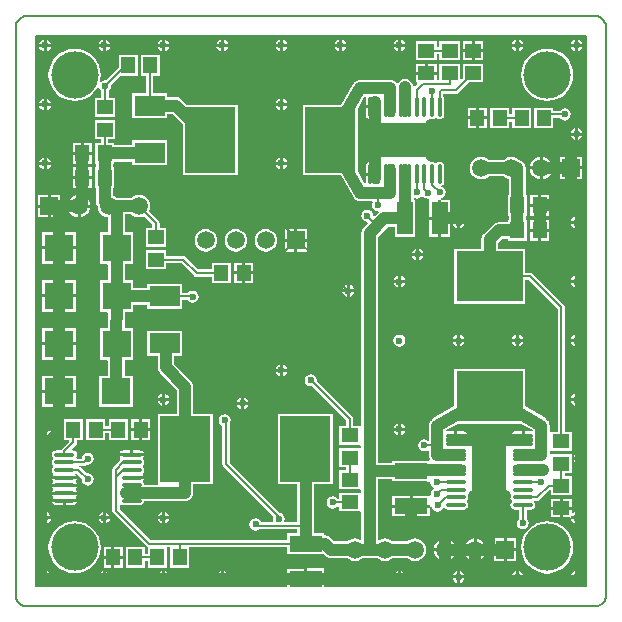
<source format=gtl>
%FSTAX23Y23*%
%MOIN*%
%SFA1B1*%

%IPPOS*%
%ADD10C,0.006000*%
%ADD11C,0.006000*%
%ADD12C,0.039370*%
%ADD13R,0.110236X0.053150*%
%ADD14R,0.053150X0.047244*%
%ADD15R,0.047244X0.053150*%
%ADD16R,0.218503X0.167322*%
%ADD17R,0.167322X0.218503*%
%ADD18R,0.098425X0.066929*%
%ADD19R,0.096457X0.088582*%
%ADD20R,0.053150X0.110236*%
%ADD21O,0.066929X0.013780*%
%ADD22R,0.118110X0.165354*%
%ADD23R,0.165354X0.118110*%
%ADD24O,0.013780X0.066929*%
%ADD25C,0.008000*%
%ADD26C,0.157480*%
%ADD27C,0.059055*%
%ADD28R,0.059055X0.059055*%
%ADD29C,0.023622*%
%ADD59C,0.005000*%
%LNv2-1*%
%LPD*%
G54D59*
X039Y03501D02*
X039Y03501D01*
X039Y035*
X03895Y03508*
X03888Y03513*
X03882Y03514*
Y03492*
Y0347*
X03888Y03471*
X03895Y03476*
X039Y03483*
X039Y03482*
X039Y03482*
Y03067*
X03031*
Y0309*
X02968*
Y03095*
X02963*
Y03129*
X029*
Y03111*
X02898Y0311*
X02894Y03113*
X02888Y03115*
Y03092*
Y0307*
X02894Y03072*
X02898Y03074*
X029Y03073*
Y03067*
X02067*
Y049*
X039*
Y03501*
X0207Y03069D02*
Y04901D01*
X02075Y03069D02*
Y04901D01*
X0208Y03069D02*
Y04901D01*
X02085Y03069D02*
Y04901D01*
X0209Y03069D02*
Y04901D01*
X02095Y03069D02*
Y04901D01*
X021Y03069D02*
Y04901D01*
X02105Y03069D02*
Y04901D01*
X0211Y03069D02*
Y04901D01*
X02115Y03069D02*
Y04901D01*
X0212Y03069D02*
Y04901D01*
X02125Y03069D02*
Y04901D01*
X0213Y03069D02*
Y04901D01*
X02135Y03069D02*
Y04901D01*
X0214Y03069D02*
Y04901D01*
X02145Y03069D02*
Y04901D01*
X0215Y03069D02*
Y04901D01*
X02155Y03069D02*
Y04901D01*
X0216Y03069D02*
Y04901D01*
X02165Y03069D02*
Y04901D01*
X0217Y03069D02*
Y04901D01*
X02175Y03069D02*
Y04901D01*
X0218Y03069D02*
Y04901D01*
X02185Y03069D02*
Y04901D01*
X0219Y03069D02*
Y04901D01*
X02195Y03069D02*
Y04901D01*
X022Y03069D02*
Y04901D01*
X02205Y03069D02*
Y04901D01*
X0221Y03069D02*
Y04901D01*
X02215Y03069D02*
Y04901D01*
X0222Y03069D02*
Y04901D01*
X02225Y03069D02*
Y04901D01*
X0223Y03069D02*
Y04901D01*
X02235Y03069D02*
Y04901D01*
X0224Y03069D02*
Y04901D01*
X02245Y03069D02*
Y04901D01*
X0225Y03069D02*
Y04901D01*
X02255Y03069D02*
Y04901D01*
X0226Y03069D02*
Y04901D01*
X02265Y03069D02*
Y04901D01*
X0227Y03069D02*
Y04901D01*
X02275Y03069D02*
Y04901D01*
X0228Y03069D02*
Y04901D01*
X02285Y03069D02*
Y04901D01*
X0229Y03069D02*
Y04901D01*
X02295Y03069D02*
Y04901D01*
X023Y03069D02*
Y04901D01*
X02305Y03069D02*
Y04901D01*
X0231Y03069D02*
Y04901D01*
X02315Y03069D02*
Y04901D01*
X0232Y03069D02*
Y04901D01*
X02325Y03069D02*
Y04901D01*
X0233Y03069D02*
Y04901D01*
X02335Y03069D02*
Y04901D01*
X0234Y03069D02*
Y04901D01*
X02345Y03069D02*
Y04901D01*
X0235Y03069D02*
Y04901D01*
X02355Y03069D02*
Y04901D01*
X0236Y03069D02*
Y04901D01*
X02365Y03069D02*
Y04901D01*
X0237Y03069D02*
Y04901D01*
X02375Y03069D02*
Y04901D01*
X0238Y03069D02*
Y04901D01*
X02385Y03069D02*
Y04901D01*
X0239Y03069D02*
Y04901D01*
X02395Y03069D02*
Y04901D01*
X024Y03069D02*
Y04901D01*
X02405Y03069D02*
Y04901D01*
X0241Y03069D02*
Y04901D01*
X02415Y03069D02*
Y04901D01*
X0242Y03069D02*
Y04901D01*
X02425Y03069D02*
Y04901D01*
X0243Y03069D02*
Y04901D01*
X02435Y03069D02*
Y04901D01*
X0244Y03069D02*
Y04901D01*
X02445Y03069D02*
Y04901D01*
X0245Y03069D02*
Y04901D01*
X02455Y03069D02*
Y04901D01*
X0246Y03069D02*
Y04901D01*
X02465Y03069D02*
Y04901D01*
X0247Y03069D02*
Y04901D01*
X02475Y03069D02*
Y04901D01*
X0248Y03069D02*
Y04901D01*
X02485Y03069D02*
Y04901D01*
X0249Y03069D02*
Y04901D01*
X02495Y03069D02*
Y04901D01*
X025Y03069D02*
Y04901D01*
X02505Y03069D02*
Y04901D01*
X0251Y03069D02*
Y04901D01*
X02515Y03069D02*
Y04901D01*
X0252Y03069D02*
Y04901D01*
X02525Y03069D02*
Y04901D01*
X0253Y03069D02*
Y04901D01*
X02535Y03069D02*
Y04901D01*
X0254Y03069D02*
Y04901D01*
X02545Y03069D02*
Y04901D01*
X0255Y03069D02*
Y04901D01*
X02555Y03069D02*
Y04901D01*
X0256Y03069D02*
Y04901D01*
X02565Y03069D02*
Y04901D01*
X0257Y03069D02*
Y04901D01*
X02575Y03069D02*
Y04901D01*
X0258Y03069D02*
Y04901D01*
X02585Y03069D02*
Y04901D01*
X0259Y03069D02*
Y04901D01*
X02595Y03069D02*
Y04901D01*
X026Y03069D02*
Y04901D01*
X02605Y03069D02*
Y04901D01*
X0261Y03069D02*
Y04901D01*
X02615Y03069D02*
Y04901D01*
X0262Y03069D02*
Y04901D01*
X02625Y03069D02*
Y04901D01*
X0263Y03069D02*
Y04901D01*
X02635Y03069D02*
Y04901D01*
X0264Y03069D02*
Y04901D01*
X02645Y03069D02*
Y04901D01*
X0265Y03069D02*
Y04901D01*
X02655Y03069D02*
Y04901D01*
X0266Y03069D02*
Y04901D01*
X02665Y03069D02*
Y04901D01*
X0267Y03069D02*
Y04901D01*
X02675Y03069D02*
Y04901D01*
X0268Y03069D02*
Y04901D01*
X02685Y03069D02*
Y04901D01*
X0269Y03069D02*
Y04901D01*
X02695Y03069D02*
Y04901D01*
X027Y03069D02*
Y04901D01*
X02705Y03069D02*
Y04901D01*
X0271Y03069D02*
Y04901D01*
X02715Y03069D02*
Y04901D01*
X0272Y03069D02*
Y04901D01*
X02725Y03069D02*
Y04901D01*
X0273Y03069D02*
Y04901D01*
X02735Y03069D02*
Y04901D01*
X0274Y03069D02*
Y04901D01*
X02745Y03069D02*
Y04901D01*
X0275Y03069D02*
Y04901D01*
X02755Y03069D02*
Y04901D01*
X0276Y03069D02*
Y04901D01*
X02765Y03069D02*
Y04901D01*
X0277Y03069D02*
Y04901D01*
X02775Y03069D02*
Y04901D01*
X0278Y03069D02*
Y04901D01*
X02785Y03069D02*
Y04901D01*
X0279Y03069D02*
Y04901D01*
X02795Y03069D02*
Y04901D01*
X028Y03069D02*
Y04901D01*
X02805Y03069D02*
Y04901D01*
X0281Y03069D02*
Y04901D01*
X02815Y03069D02*
Y04901D01*
X0282Y03069D02*
Y04901D01*
X02825Y03069D02*
Y04901D01*
X0283Y03069D02*
Y04901D01*
X02835Y03069D02*
Y04901D01*
X0284Y03069D02*
Y04901D01*
X02845Y03069D02*
Y04901D01*
X0285Y03069D02*
Y04901D01*
X02855Y03069D02*
Y04901D01*
X0286Y03069D02*
Y04901D01*
X02865Y03069D02*
Y04901D01*
X0287Y03069D02*
Y04901D01*
X02875Y03069D02*
Y04901D01*
X0288Y03069D02*
Y04901D01*
X02885Y03069D02*
Y04901D01*
X0289Y03069D02*
Y03071D01*
Y03116D02*
Y04901D01*
X02895Y03069D02*
Y03072D01*
Y03115D02*
Y04901D01*
X029Y03069D02*
Y03074D01*
Y03113D02*
Y04901D01*
X02905Y03131D02*
Y04901D01*
X0291Y03131D02*
Y04901D01*
X02915Y03131D02*
Y04901D01*
X0292Y03131D02*
Y04901D01*
X02925Y03131D02*
Y04901D01*
X0293Y03131D02*
Y04901D01*
X02935Y03131D02*
Y04901D01*
X0294Y03131D02*
Y04901D01*
X02945Y03131D02*
Y04901D01*
X0295Y03131D02*
Y04901D01*
X02955Y03131D02*
Y04901D01*
X0296Y03131D02*
Y04901D01*
X02965Y03096D02*
Y04901D01*
X0297Y03091D02*
Y04901D01*
X02975Y03091D02*
Y04901D01*
X0298Y03091D02*
Y04901D01*
X02985Y03091D02*
Y04901D01*
X0299Y03091D02*
Y04901D01*
X02995Y03091D02*
Y04901D01*
X03Y03091D02*
Y04901D01*
X03005Y03091D02*
Y04901D01*
X0301Y03091D02*
Y04901D01*
X03015Y03091D02*
Y04901D01*
X0302Y03091D02*
Y04901D01*
X03025Y03091D02*
Y04901D01*
X0303Y03091D02*
Y04901D01*
X03035Y03069D02*
Y04901D01*
X0304Y03069D02*
Y04901D01*
X03045Y03069D02*
Y04901D01*
X0305Y03069D02*
Y04901D01*
X03055Y03069D02*
Y04901D01*
X0306Y03069D02*
Y04901D01*
X03065Y03069D02*
Y04901D01*
X0307Y03069D02*
Y04901D01*
X03075Y03069D02*
Y04901D01*
X0308Y03069D02*
Y04901D01*
X03085Y03069D02*
Y04901D01*
X0309Y03069D02*
Y04901D01*
X03095Y03069D02*
Y04901D01*
X031Y03069D02*
Y04901D01*
X03105Y03069D02*
Y04901D01*
X0311Y03069D02*
Y04901D01*
X03115Y03069D02*
Y04901D01*
X0312Y03069D02*
Y04901D01*
X03125Y03069D02*
Y04901D01*
X0313Y03069D02*
Y04901D01*
X03135Y03069D02*
Y04901D01*
X0314Y03069D02*
Y04901D01*
X03145Y03069D02*
Y04901D01*
X0315Y03069D02*
Y04901D01*
X03155Y03069D02*
Y04901D01*
X0316Y03069D02*
Y04901D01*
X03165Y03069D02*
Y04901D01*
X0317Y03069D02*
Y04901D01*
X03175Y03069D02*
Y04901D01*
X0318Y03069D02*
Y04901D01*
X03185Y03069D02*
Y04901D01*
X0319Y03069D02*
Y04901D01*
X03195Y03069D02*
Y04901D01*
X032Y03069D02*
Y04901D01*
X03205Y03069D02*
Y04901D01*
X0321Y03069D02*
Y04901D01*
X03215Y03069D02*
Y04901D01*
X0322Y03069D02*
Y04901D01*
X03225Y03069D02*
Y04901D01*
X0323Y03069D02*
Y04901D01*
X03235Y03069D02*
Y04901D01*
X0324Y03069D02*
Y04901D01*
X03245Y03069D02*
Y04901D01*
X0325Y03069D02*
Y04901D01*
X03255Y03069D02*
Y04901D01*
X0326Y03069D02*
Y04901D01*
X03265Y03069D02*
Y04901D01*
X0327Y03069D02*
Y04901D01*
X03275Y03069D02*
Y04901D01*
X0328Y03069D02*
Y04901D01*
X03285Y03069D02*
Y04901D01*
X0329Y03069D02*
Y04901D01*
X03295Y03069D02*
Y04901D01*
X033Y03069D02*
Y04901D01*
X03305Y03069D02*
Y04901D01*
X0331Y03069D02*
Y04901D01*
X03315Y03069D02*
Y04901D01*
X0332Y03069D02*
Y04901D01*
X03325Y03069D02*
Y04901D01*
X0333Y03069D02*
Y04901D01*
X03335Y03069D02*
Y04901D01*
X0334Y03069D02*
Y04901D01*
X03345Y03069D02*
Y04901D01*
X0335Y03069D02*
Y04901D01*
X03355Y03069D02*
Y04901D01*
X0336Y03069D02*
Y04901D01*
X03365Y03069D02*
Y04901D01*
X0337Y03069D02*
Y04901D01*
X03375Y03069D02*
Y04901D01*
X0338Y03069D02*
Y04901D01*
X03385Y03069D02*
Y04901D01*
X0339Y03069D02*
Y04901D01*
X03395Y03069D02*
Y04901D01*
X034Y03069D02*
Y04901D01*
X03405Y03069D02*
Y04901D01*
X0341Y03069D02*
Y04901D01*
X03415Y03069D02*
Y04901D01*
X0342Y03069D02*
Y04901D01*
X03425Y03069D02*
Y04901D01*
X0343Y03069D02*
Y04901D01*
X03435Y03069D02*
Y04901D01*
X0344Y03069D02*
Y04901D01*
X03445Y03069D02*
Y04901D01*
X0345Y03069D02*
Y04901D01*
X03455Y03069D02*
Y04901D01*
X0346Y03069D02*
Y04901D01*
X03465Y03069D02*
Y04901D01*
X0347Y03069D02*
Y04901D01*
X03475Y03069D02*
Y04901D01*
X0348Y03069D02*
Y04901D01*
X03485Y03069D02*
Y04901D01*
X0349Y03069D02*
Y04901D01*
X03495Y03069D02*
Y04901D01*
X035Y03069D02*
Y04901D01*
X03505Y03069D02*
Y04901D01*
X0351Y03069D02*
Y04901D01*
X03515Y03069D02*
Y04901D01*
X0352Y03069D02*
Y04901D01*
X03525Y03069D02*
Y04901D01*
X0353Y03069D02*
Y04901D01*
X03535Y03069D02*
Y04901D01*
X0354Y03069D02*
Y04901D01*
X03545Y03069D02*
Y04901D01*
X0355Y03069D02*
Y04901D01*
X03555Y03069D02*
Y04901D01*
X0356Y03069D02*
Y04901D01*
X03565Y03069D02*
Y04901D01*
X0357Y03069D02*
Y04901D01*
X03575Y03069D02*
Y04901D01*
X0358Y03069D02*
Y04901D01*
X03585Y03069D02*
Y04901D01*
X0359Y03069D02*
Y04901D01*
X03595Y03069D02*
Y04901D01*
X036Y03069D02*
Y04901D01*
X03605Y03069D02*
Y04901D01*
X0361Y03069D02*
Y04901D01*
X03615Y03069D02*
Y04901D01*
X0362Y03069D02*
Y04901D01*
X03625Y03069D02*
Y04901D01*
X0363Y03069D02*
Y04901D01*
X03635Y03069D02*
Y04901D01*
X0364Y03069D02*
Y04901D01*
X03645Y03069D02*
Y04901D01*
X0365Y03069D02*
Y04901D01*
X03655Y03069D02*
Y04901D01*
X0366Y03069D02*
Y04901D01*
X03665Y03069D02*
Y04901D01*
X0367Y03069D02*
Y04901D01*
X03675Y03069D02*
Y04901D01*
X0368Y03069D02*
Y04901D01*
X03685Y03069D02*
Y04901D01*
X0369Y03069D02*
Y04901D01*
X03695Y03069D02*
Y04901D01*
X037Y03069D02*
Y04901D01*
X03705Y03069D02*
Y04901D01*
X0371Y03069D02*
Y04901D01*
X03715Y03069D02*
Y04901D01*
X0372Y03069D02*
Y04901D01*
X03725Y03069D02*
Y04901D01*
X0373Y03069D02*
Y04901D01*
X03735Y03069D02*
Y04901D01*
X0374Y03069D02*
Y04901D01*
X03745Y03069D02*
Y04901D01*
X0375Y03069D02*
Y04901D01*
X03755Y03069D02*
Y04901D01*
X0376Y03069D02*
Y04901D01*
X03765Y03069D02*
Y04901D01*
X0377Y03069D02*
Y04901D01*
X03775Y03069D02*
Y04901D01*
X0378Y03069D02*
Y04901D01*
X03785Y03069D02*
Y04901D01*
X0379Y03069D02*
Y04901D01*
X03795Y03069D02*
Y04901D01*
X038Y03069D02*
Y04901D01*
X03805Y03069D02*
Y04901D01*
X0381Y03069D02*
Y04901D01*
X03815Y03069D02*
Y04901D01*
X0382Y03069D02*
Y04901D01*
X03825Y03069D02*
Y04901D01*
X0383Y03069D02*
Y04901D01*
X03835Y03069D02*
Y04901D01*
X0384Y03069D02*
Y04901D01*
X03845Y03069D02*
Y04901D01*
X0385Y03069D02*
Y04901D01*
X03855Y03069D02*
Y04901D01*
X0386Y03069D02*
Y04901D01*
X03865Y03069D02*
Y04901D01*
X0387Y03069D02*
Y04901D01*
X03875Y03069D02*
Y04901D01*
X0388Y03069D02*
Y04901D01*
X03885Y03069D02*
Y0347D01*
Y03515D02*
Y04901D01*
X0389Y03069D02*
Y03472D01*
Y03513D02*
Y04901D01*
X03895Y03069D02*
Y03475D01*
Y0351D02*
Y04901D01*
X039Y03069D02*
Y03482D01*
Y03502D02*
Y04901D01*
%LNv2-2*%
%LPC*%
G36*
X02411Y03623D02*
X02384D01*
Y03594*
X02411*
Y03623*
G37*
G36*
X02093Y03609D02*
X0209Y03609D01*
X02084Y03604*
X02079Y03598*
X02079Y03595*
X02093*
Y03609*
G37*
G36*
X02447Y03623D02*
X02421D01*
Y03594*
X02447*
Y03623*
G37*
G36*
X03686Y03583D02*
X03664D01*
X03658Y03582*
X03653Y03578*
X0365Y03573*
X0365Y03573*
X03686*
Y03583*
G37*
G36*
X03274Y03585D02*
X0326D01*
X0326Y03582*
X03265Y03576*
X03271Y03572*
X03274Y03571*
Y03585*
G37*
G36*
X02117D02*
X02103D01*
Y03571*
X02106Y03572*
X02112Y03576*
X02116Y03582*
X02117Y03585*
G37*
G36*
X03493Y03583D02*
X03471D01*
Y03573*
X03507*
X03507Y03573*
X03504Y03578*
X03499Y03582*
X03493Y03583*
G37*
G36*
X03298Y03585D02*
X03284D01*
Y03571*
X03287Y03572*
X03293Y03576*
X03298Y03582*
X03298Y03585*
G37*
G36*
X02103Y03609D02*
Y03595D01*
X02117*
X02116Y03598*
X02112Y03604*
X02106Y03609*
X02103Y03609*
G37*
G36*
X022Y03711D02*
X02149D01*
Y03663*
X022*
Y03711*
G37*
G36*
X02139D02*
X02088D01*
Y03663*
X02139*
Y03711*
G37*
G36*
X02511Y03683D02*
X02497D01*
Y03669*
X02499Y0367*
X02506Y03674*
X0251Y03681*
X02511Y03683*
G37*
G36*
X02487D02*
X02473D01*
X02473Y03681*
X02477Y03674*
X02484Y0367*
X02487Y03669*
Y03683*
G37*
G36*
X02775Y03672D02*
X02761D01*
Y03658*
X02763Y03658*
X0277Y03663*
X02774Y03669*
X02775Y03672*
G37*
G36*
X03284Y03609D02*
Y03595D01*
X03298*
X03298Y03598*
X03293Y03604*
X03287Y03609*
X03284Y03609*
G37*
G36*
X03274D02*
X03271Y03609D01*
X03265Y03604*
X0326Y03598*
X0326Y03595*
X03274*
Y03609*
G37*
G36*
X02751Y03672D02*
X02737D01*
X02737Y03669*
X02742Y03663*
X02748Y03658*
X02751Y03658*
Y03672*
G37*
G36*
X02373Y03623D02*
X0231D01*
Y03601*
X02298*
Y03623*
X02235*
Y03554*
X02298*
Y03576*
X0231*
Y03554*
X02373*
Y03623*
G37*
G36*
X03313Y03369D02*
X03255D01*
Y03339*
X03313*
Y03369*
G37*
G36*
X02203Y03347D02*
X02167D01*
Y03337*
X02189*
X02195Y03338*
X022Y03341*
X02203Y03346*
X02203Y03347*
G37*
G36*
Y03398D02*
X02122D01*
X02122Y03397*
X02125Y03392*
Y03388*
X02122Y03383*
X02122Y03382*
X02203*
X02203Y03383*
X022Y03388*
Y03392*
X02203Y03397*
X02203Y03398*
G37*
G36*
Y03372D02*
X02122D01*
X02122Y03372*
X02125Y03367*
Y03362*
X02122Y03357*
X02122Y03357*
X02203*
X02203Y03357*
X022Y03362*
Y03367*
X02203Y03372*
X02203Y03372*
G37*
G36*
X02157Y03347D02*
X02122D01*
X02122Y03346*
X02125Y03341*
X0213Y03338*
X02136Y03337*
X02157*
Y03347*
G37*
G36*
X0338Y03329D02*
X03323D01*
Y033*
X0338*
Y03329*
G37*
G36*
X03313D02*
X03255D01*
Y033*
X03313*
Y03329*
G37*
G36*
X03853Y03359D02*
X03824D01*
Y03332*
X03853*
Y03359*
G37*
G36*
X03814D02*
X03784D01*
Y03332*
X03814*
Y03359*
G37*
G36*
X02411Y03584D02*
X02384D01*
Y03554*
X02411*
Y03584*
G37*
G36*
X02413Y0352D02*
X02392D01*
Y0351*
X02427*
X02427Y03511*
X02424Y03516*
X02419Y03519*
X02413Y0352*
G37*
G36*
X02093Y03585D02*
X02079D01*
X02079Y03582*
X02084Y03576*
X0209Y03572*
X02093Y03571*
Y03585*
G37*
G36*
X02447Y03584D02*
X02421D01*
Y03554*
X02447*
Y03584*
G37*
G36*
X02382Y0352D02*
X0236D01*
X02354Y03519*
X02349Y03516*
X02346Y03511*
X02346Y0351*
X02382*
Y0352*
G37*
G36*
X02224Y03623D02*
X02161D01*
Y03554*
X02176*
X02178Y03549*
X02154Y03525*
X02151Y03521*
X02151Y0352*
X02136*
X0213Y03519*
X02125Y03516*
X02122Y03511*
X02121Y03505*
X02122Y035*
X02125Y03495*
Y0349*
X02122Y03485*
X02121Y0348*
X02122Y03474*
X02125Y03469*
Y03465*
X02122Y0346*
X02121Y03454*
X02122Y03448*
X02125Y03443*
Y03439*
X02122Y03434*
X02122Y03434*
X02203*
X02203Y03434*
X022Y03439*
X02197Y03441*
X02199Y03442*
X02204*
X02221Y03425*
X0222Y03423*
X02222Y03415*
X02226Y03408*
X02233Y03404*
X02241Y03402*
X02248Y03404*
X02255Y03408*
X02259Y03415*
X02261Y03423*
X02259Y0343*
X02255Y03437*
X02248Y03441*
X02241Y03443*
X02238Y03442*
X02217Y03463*
X02214Y03465*
X02209Y03466*
X0221Y03468*
X02226*
X0223Y03468*
X02234Y03471*
X02236Y03473*
X02241Y03472*
X02249Y03474*
X02255Y03478*
X02259Y03484*
X02261Y03492*
X02259Y035*
X02255Y03506*
X02249Y03511*
X02241Y03512*
X02233Y03511*
X02227Y03506*
X02222Y035*
X02221Y03492*
X02219Y03492*
X02203*
X02201Y03496*
X02203Y035*
X02204Y03505*
X02203Y03511*
X022Y03516*
X02195Y03519*
X02189Y0352*
X02187Y03524*
X02201Y03538*
X02203Y03541*
X02204Y03546*
Y03554*
X02224*
Y03623*
G37*
G36*
X02203Y03424D02*
X02122D01*
X02122Y03423*
X02125Y03418*
Y03414*
X02122Y03409*
X02122Y03408*
X02203*
X02203Y03409*
X022Y03414*
Y03418*
X02203Y03423*
X02203Y03424*
G37*
G36*
X03874Y03511D02*
X03871Y0351D01*
X03865Y03506*
X0386Y03499*
X0386Y03497*
X03874*
Y03511*
G37*
G36*
Y03487D02*
X0386D01*
X0386Y03484*
X03865Y03477*
X03871Y03473*
X03874Y03473*
Y03487*
G37*
G36*
X03471Y03904D02*
X03468Y03904D01*
X03462Y039*
X03457Y03893*
X03457Y0389*
X03471*
Y03904*
G37*
G36*
X02201Y03927D02*
X0215D01*
Y0388*
X02201*
Y03927*
G37*
G36*
X03668Y03904D02*
X03665Y03904D01*
X03659Y039*
X03654Y03893*
X03654Y0389*
X03668*
Y03904*
G37*
G36*
X03481D02*
Y0389D01*
X03495*
X03494Y03893*
X0349Y039*
X03484Y03904*
X03481Y03904*
G37*
G36*
X0214Y03927D02*
X02089D01*
Y0388*
X0214*
Y03927*
G37*
G36*
X03692Y0388D02*
X03678D01*
Y03866*
X0368Y03867*
X03687Y03871*
X03691Y03878*
X03692Y0388*
G37*
G36*
X03668D02*
X03654D01*
X03654Y03878*
X03659Y03871*
X03665Y03867*
X03668Y03866*
Y0388*
G37*
G36*
X03889D02*
X03875D01*
Y03866*
X03877Y03867*
X03884Y03871*
X03888Y03878*
X03889Y0388*
G37*
G36*
X03865D02*
X03851D01*
X03851Y03878*
X03855Y03871*
X03862Y03867*
X03865Y03866*
Y0388*
G37*
G36*
X03128Y04047D02*
X03114D01*
Y04032*
X03116Y04033*
X03123Y04037*
X03127Y04044*
X03128Y04047*
G37*
G36*
X03104D02*
X03089D01*
X0309Y04044*
X03094Y04037*
X03101Y04033*
X03104Y04032*
Y04047*
G37*
G36*
X02201Y04087D02*
X0215D01*
Y0404*
X02201*
Y04087*
G37*
G36*
X0214D02*
X02089D01*
Y0404*
X0214*
Y04087*
G37*
G36*
X02201Y0403D02*
X0215D01*
Y03982*
X02201*
Y0403*
G37*
G36*
X03865Y03904D02*
X03862Y03904D01*
X03855Y039*
X03851Y03893*
X03851Y0389*
X03865*
Y03904*
G37*
G36*
X03678D02*
Y0389D01*
X03692*
X03691Y03893*
X03687Y039*
X0368Y03904*
X03678Y03904*
G37*
G36*
X0214Y0403D02*
X02089D01*
Y03982*
X0214*
Y0403*
G37*
G36*
X03875Y03904D02*
Y0389D01*
X03889*
X03888Y03893*
X03884Y039*
X03877Y03904*
X03875Y03904*
G37*
G36*
X03495Y0388D02*
X03481D01*
Y03866*
X03484Y03867*
X0349Y03871*
X03494Y03878*
X03495Y0388*
G37*
G36*
X03865Y03708D02*
X03862Y03707D01*
X03855Y03703*
X03851Y03696*
X03851Y03693*
X03865*
Y03708*
G37*
G36*
X02497D02*
Y03693D01*
X02511*
X0251Y03696*
X02506Y03703*
X02499Y03707*
X02497Y03708*
G37*
G36*
X02139Y03768D02*
X02088D01*
Y03721*
X02139*
Y03768*
G37*
G36*
X03875Y03708D02*
Y03693D01*
X03889*
X03888Y03696*
X03884Y03703*
X03877Y03707*
X03875Y03708*
G37*
G36*
X02487D02*
X02484Y03707D01*
X02477Y03703*
X02473Y03696*
X02473Y03693*
X02487*
Y03708*
G37*
G36*
X03889Y03683D02*
X03875D01*
Y03669*
X03877Y0367*
X03884Y03674*
X03888Y03681*
X03889Y03683*
G37*
G36*
X03865D02*
X03851D01*
X03851Y03681*
X03855Y03674*
X03862Y0367*
X03865Y03669*
Y03683*
G37*
G36*
X02761Y03696D02*
Y03682D01*
X02775*
X02774Y03684*
X0277Y03691*
X02763Y03695*
X02761Y03696*
G37*
G36*
X02751D02*
X02748Y03695D01*
X02742Y03691*
X02737Y03684*
X02737Y03682*
X02751*
Y03696*
G37*
G36*
X02201Y0387D02*
X0215D01*
Y03822*
X02201*
Y0387*
G37*
G36*
X0214D02*
X02089D01*
Y03822*
X0214*
Y0387*
G37*
G36*
X03471Y0388D02*
X03457D01*
X03457Y03878*
X03462Y03871*
X03468Y03867*
X03471Y03866*
Y0388*
G37*
G36*
X03279Y03905D02*
X03271Y03904D01*
X03265Y039*
X0326Y03893*
X03259Y03885*
X0326Y03878*
X03265Y03871*
X03271Y03867*
X03279Y03865*
X03287Y03867*
X03293Y03871*
X03298Y03878*
X03299Y03885*
X03298Y03893*
X03293Y039*
X03287Y03904*
X03279Y03905*
G37*
G36*
X0289Y03806D02*
Y03792D01*
X02904*
X02904Y03795*
X029Y03801*
X02893Y03805*
X0289Y03806*
G37*
G36*
X0288Y03782D02*
X02866D01*
X02867Y03779*
X02871Y03773*
X02878Y03768*
X0288Y03768*
Y03782*
G37*
G36*
X022Y03768D02*
X02149D01*
Y03721*
X022*
Y03768*
G37*
G36*
X0288Y03806D02*
X02878Y03805D01*
X02871Y03801*
X02867Y03795*
X02866Y03792*
X0288*
Y03806*
G37*
G36*
X02904Y03782D02*
X0289D01*
Y03768*
X02893Y03768*
X029Y03773*
X02904Y03779*
X02904Y03782*
G37*
G36*
X0229Y03117D02*
X02287Y03116D01*
X02281Y03112*
X02276Y03106*
X02276Y03103*
X0229*
Y03117*
G37*
G36*
X02103D02*
Y03103D01*
X02117*
X02116Y03106*
X02112Y03112*
X02106Y03116*
X02103Y03117*
G37*
G36*
X02487D02*
X02484Y03116D01*
X02477Y03112*
X02473Y03106*
X02473Y03103*
X02487*
Y03117*
G37*
G36*
X023D02*
Y03103D01*
X02314*
X02313Y03106*
X02309Y03112*
X02302Y03116*
X023Y03117*
G37*
G36*
X02093D02*
X0209Y03116D01*
X02084Y03112*
X02079Y03106*
X02079Y03103*
X02093*
Y03117*
G37*
G36*
X03028Y03127D02*
X02971D01*
Y03097*
X03028*
Y03127*
G37*
G36*
X0288Y03112D02*
X02878Y03111D01*
X02871Y03107*
X02867Y031*
X02866Y03097*
X0288*
Y03112*
G37*
G36*
X03087D02*
Y03097D01*
X03101*
X03101Y031*
X03096Y03107*
X0309Y03111*
X03087Y03112*
G37*
G36*
X03077D02*
X03074Y03111D01*
X03068Y03107*
X03064Y031*
X03063Y03097*
X03077*
Y03112*
G37*
G36*
X03481Y03117D02*
Y03103D01*
X03495*
X03494Y03106*
X0349Y03112*
X03484Y03116*
X03481Y03117*
G37*
G36*
X03471D02*
X03468Y03116D01*
X03462Y03112*
X03457Y03106*
X03457Y03103*
X03471*
Y03117*
G37*
G36*
X03678D02*
Y03103D01*
X03692*
X03691Y03106*
X03687Y03112*
X0368Y03116*
X03678Y03117*
G37*
G36*
X03668D02*
X03665Y03116D01*
X03659Y03112*
X03654Y03106*
X03654Y03103*
X03668*
Y03117*
G37*
G36*
X03284D02*
Y03103D01*
X03298*
X03298Y03106*
X03293Y03112*
X03287Y03116*
X03284Y03117*
G37*
G36*
X02683D02*
X02681Y03116D01*
X02674Y03112*
X0267Y03106*
X02669Y03103*
X02683*
Y03117*
G37*
G36*
X02497D02*
Y03103D01*
X02511*
X0251Y03106*
X02506Y03112*
X02499Y03116*
X02497Y03117*
G37*
G36*
X03274D02*
X03271Y03116D01*
X03265Y03112*
X0326Y03106*
X0326Y03103*
X03274*
Y03117*
G37*
G36*
X02693D02*
Y03103D01*
X02708*
X02707Y03106*
X02703Y03112*
X02696Y03116*
X02693Y03117*
G37*
G36*
X03889Y03093D02*
X03875D01*
Y03079*
X03877Y03079*
X03884Y03084*
X03888Y0309*
X03889Y03093*
G37*
G36*
X02314D02*
X023D01*
Y03079*
X02302Y03079*
X02309Y03084*
X02313Y0309*
X02314Y03093*
G37*
G36*
X0229D02*
X02276D01*
X02276Y0309*
X02281Y03084*
X02287Y03079*
X0229Y03079*
Y03093*
G37*
G36*
X02511D02*
X02497D01*
Y03079*
X02499Y03079*
X02506Y03084*
X0251Y0309*
X02511Y03093*
G37*
G36*
X02487D02*
X02473D01*
X02473Y0309*
X02477Y03084*
X02484Y03079*
X02487Y03079*
Y03093*
G37*
G36*
X02117D02*
X02103D01*
Y03079*
X02106Y03079*
X02112Y03084*
X02116Y0309*
X02117Y03093*
G37*
G36*
X03077Y03087D02*
X03063D01*
X03064Y03085*
X03068Y03078*
X03074Y03074*
X03077Y03073*
Y03087*
G37*
G36*
X0288D02*
X02866D01*
X02867Y03085*
X02871Y03078*
X02878Y03074*
X0288Y03073*
Y03087*
G37*
G36*
X02093Y03093D02*
X02079D01*
X02079Y0309*
X02084Y03084*
X0209Y03079*
X02093Y03079*
Y03093*
G37*
G36*
X03101Y03087D02*
X03087D01*
Y03073*
X0309Y03074*
X03096Y03078*
X03101Y03085*
X03101Y03087*
G37*
G36*
X03668Y03093D02*
X03654D01*
X03654Y0309*
X03659Y03084*
X03665Y03079*
X03668Y03079*
Y03093*
G37*
G36*
X03495D02*
X03481D01*
Y03079*
X03484Y03079*
X0349Y03084*
X03494Y0309*
X03495Y03093*
G37*
G36*
X03865D02*
X03851D01*
X03851Y0309*
X03855Y03084*
X03862Y03079*
X03865Y03079*
Y03093*
G37*
G36*
X03692D02*
X03678D01*
Y03079*
X0368Y03079*
X03687Y03084*
X03691Y0309*
X03692Y03093*
G37*
G36*
X03471D02*
X03457D01*
X03457Y0309*
X03462Y03084*
X03468Y03079*
X03471Y03079*
Y03093*
G37*
G36*
X02708D02*
X02693D01*
Y03079*
X02696Y03079*
X02703Y03084*
X02707Y0309*
X02708Y03093*
G37*
G36*
X02683D02*
X02669D01*
X0267Y0309*
X02674Y03084*
X02681Y03079*
X02683Y03079*
Y03093*
G37*
G36*
X03298D02*
X03284D01*
Y03079*
X03287Y03079*
X03293Y03084*
X03298Y0309*
X03298Y03093*
G37*
G36*
X03274D02*
X0326D01*
X0326Y0309*
X03265Y03084*
X03271Y03079*
X03274Y03079*
Y03093*
G37*
G36*
X02511Y0329D02*
X02497D01*
Y03276*
X02499Y03276*
X02506Y03281*
X0251Y03287*
X02511Y0329*
G37*
G36*
X02487D02*
X02473D01*
X02473Y03287*
X02477Y03281*
X02484Y03276*
X02487Y03276*
Y0329*
G37*
G36*
X03889D02*
X03875D01*
Y03276*
X03877Y03276*
X03884Y03281*
X03888Y03287*
X03889Y0329*
G37*
G36*
X03865D02*
X03851D01*
X03851Y03287*
X03855Y03281*
X03862Y03276*
X03865Y03276*
Y0329*
G37*
G36*
X02314D02*
X023D01*
Y03276*
X02302Y03276*
X02309Y03281*
X02313Y03287*
X02314Y0329*
G37*
G36*
X02093D02*
X02079D01*
X02079Y03287*
X02084Y03281*
X0209Y03276*
X02093Y03276*
Y0329*
G37*
G36*
X03668Y03226D02*
X03636D01*
Y03194*
X03668*
Y03226*
G37*
G36*
X0229Y0329D02*
X02276D01*
X02276Y03287*
X02281Y03281*
X02287Y03276*
X0229Y03276*
Y0329*
G37*
G36*
X02117D02*
X02103D01*
Y03276*
X02106Y03276*
X02112Y03281*
X02116Y03287*
X02117Y0329*
G37*
G36*
X02487Y03314D02*
X02484Y03313D01*
X02477Y03309*
X02473Y03302*
X02473Y033*
X02487*
Y03314*
G37*
G36*
X023D02*
Y033D01*
X02314*
X02313Y03302*
X02309Y03309*
X02302Y03313*
X023Y03314*
G37*
G36*
X03875D02*
Y033D01*
X03889*
X03888Y03302*
X03884Y03309*
X03877Y03313*
X03875Y03314*
G37*
G36*
X02497D02*
Y033D01*
X02511*
X0251Y03302*
X02506Y03309*
X02499Y03313*
X02497Y03314*
G37*
G36*
X0229D02*
X02287Y03313D01*
X02281Y03309*
X02276Y03302*
X02276Y033*
X0229*
Y03314*
G37*
G36*
X03814Y03322D02*
X03784D01*
Y03296*
X03814*
Y03322*
G37*
G36*
X03853D02*
X03824D01*
Y03296*
X03849*
X0385Y03295*
X03851Y033*
X03865*
Y03314*
X03862Y03313*
X03857Y0331*
X03853Y03313*
Y03322*
G37*
G36*
X02103Y03314D02*
Y033D01*
X02117*
X02116Y03302*
X02112Y03309*
X02106Y03313*
X02103Y03314*
G37*
G36*
X02093D02*
X0209Y03313D01*
X02084Y03309*
X02079Y03302*
X02079Y033*
X02093*
Y03314*
G37*
G36*
X03626Y03226D02*
X03593D01*
Y03194*
X03626*
Y03226*
G37*
G36*
Y03184D02*
X03593D01*
Y03151*
X03626*
Y03184*
G37*
G36*
X02356Y03158D02*
X02329D01*
Y03128*
X02356*
Y03158*
G37*
G36*
X03426Y03184D02*
X03393D01*
X03394Y03179*
X03398Y0317*
X03404Y03162*
X03412Y03156*
X03421Y03152*
X03426Y03151*
Y03184*
G37*
G36*
X03668D02*
X03636D01*
Y03151*
X03668*
Y03184*
G37*
G36*
X02319Y03158D02*
X02293D01*
Y03128*
X02319*
Y03158*
G37*
G36*
X03875Y03117D02*
Y03103D01*
X03889*
X03888Y03106*
X03884Y03112*
X03877Y03116*
X03875Y03117*
G37*
G36*
X03865D02*
X03862Y03116D01*
X03855Y03112*
X03851Y03106*
X03851Y03103*
X03865*
Y03117*
G37*
G36*
X03771Y03283D02*
X03754Y03282D01*
X03738Y03277*
X03723Y03269*
X0371Y03258*
X03699Y03245*
X03691Y0323*
X03686Y03213*
X03684Y03196*
X03686Y03179*
X03691Y03163*
X03699Y03148*
X0371Y03135*
X03723Y03124*
X03738Y03116*
X03754Y03111*
X03771Y03109*
X03788Y03111*
X03804Y03116*
X0382Y03124*
X03833Y03135*
X03844Y03148*
X03852Y03163*
X03857Y03179*
X03858Y03196*
X03857Y03213*
X03852Y0323*
X03844Y03245*
X03833Y03258*
X0382Y03269*
X03804Y03277*
X03788Y03282*
X03771Y03283*
G37*
G36*
X02196D02*
X02179Y03282D01*
X02163Y03277*
X02148Y03269*
X02135Y03258*
X02124Y03245*
X02116Y0323*
X02111Y03213*
X02109Y03196*
X02111Y03179*
X02116Y03163*
X02124Y03148*
X02135Y03135*
X02148Y03124*
X02163Y03116*
X02179Y03111*
X02196Y03109*
X02213Y03111*
X0223Y03116*
X02245Y03124*
X02258Y03135*
X02269Y03148*
X02277Y03163*
X02282Y03179*
X02283Y03196*
X02282Y03213*
X02277Y0323*
X02269Y03245*
X02258Y03258*
X02245Y03269*
X0223Y03277*
X02213Y03282*
X02196Y03283*
G37*
G36*
X03436Y03226D02*
Y03194D01*
X03468*
X03467Y03198*
X03463Y03207*
X03457Y03215*
X03449Y03221*
X0344Y03225*
X03436Y03226*
G37*
G36*
X03426D02*
X03421Y03225D01*
X03412Y03221*
X03404Y03215*
X03398Y03207*
X03394Y03198*
X03393Y03194*
X03426*
Y03226*
G37*
G36*
X03536D02*
Y03194D01*
X03568*
X03567Y03198*
X03563Y03207*
X03557Y03215*
X03549Y03221*
X0354Y03225*
X03536Y03226*
G37*
G36*
X03526D02*
X03521Y03225D01*
X03512Y03221*
X03504Y03215*
X03498Y03207*
X03494Y03198*
X03493Y03194*
X03526*
Y03226*
G37*
G36*
X02356Y03197D02*
X02329D01*
Y03168*
X02356*
Y03197*
G37*
G36*
X03526Y03184D02*
X03493D01*
X03494Y03179*
X03498Y0317*
X03504Y03162*
X03512Y03156*
X03521Y03152*
X03526Y03151*
Y03184*
G37*
G36*
X03468D02*
X03436D01*
Y03151*
X0344Y03152*
X03449Y03156*
X03457Y03162*
X03463Y0317*
X03467Y03179*
X03468Y03184*
G37*
G36*
X02319Y03197D02*
X02293D01*
Y03168*
X02319*
Y03197*
G37*
G36*
X03568Y03184D02*
X03536D01*
Y03151*
X0354Y03152*
X03549Y03156*
X03557Y03162*
X03563Y0317*
X03567Y03179*
X03568Y03184*
G37*
G36*
X03104Y04071D02*
X03101Y0407D01*
X03094Y04066*
X0309Y04059*
X03089Y04057*
X03104*
Y04071*
G37*
G36*
X02093Y04692D02*
X0209Y04691D01*
X02084Y04687*
X02079Y0468*
X02079Y04678*
X02093*
Y04692*
G37*
G36*
X02904Y04668D02*
X0289D01*
Y04654*
X02893Y04654*
X029Y04659*
X02904Y04665*
X02904Y04668*
G37*
G36*
X0288Y04692D02*
X02878Y04691D01*
X02871Y04687*
X02867Y0468*
X02866Y04678*
X0288*
Y04692*
G37*
G36*
X02103D02*
Y04678D01*
X02117*
X02116Y0468*
X02112Y04687*
X02106Y04691*
X02103Y04692*
G37*
G36*
X0288Y04668D02*
X02866D01*
X02867Y04665*
X02871Y04659*
X02878Y04654*
X0288Y04654*
Y04668*
G37*
G36*
X03718Y04662D02*
X03655D01*
Y0464*
X03645*
Y04662*
X03582*
Y04593*
X03645*
Y04615*
X03655*
Y04593*
X03718*
Y04662*
G37*
G36*
X03571D02*
X03544D01*
Y04633*
X03571*
Y04662*
G37*
G36*
X02117Y04668D02*
X02103D01*
Y04654*
X02106Y04654*
X02112Y04659*
X02116Y04665*
X02117Y04668*
G37*
G36*
X02093D02*
X02079D01*
X02079Y04665*
X02084Y04659*
X0209Y04654*
X02093Y04654*
Y04668*
G37*
G36*
X03559Y04847D02*
X0353D01*
Y0482*
X03559*
Y04847*
G37*
G36*
X0352D02*
X0349D01*
Y0482*
X0352*
Y04847*
G37*
G36*
X02117Y04865D02*
X02103D01*
Y04851*
X02106Y04851*
X02112Y04855*
X02116Y04862*
X02117Y04865*
G37*
G36*
X02093D02*
X02079D01*
X02079Y04862*
X02084Y04855*
X0209Y04851*
X02093Y04851*
Y04865*
G37*
G36*
X03403Y04809D02*
X03374D01*
Y04782*
X03403*
Y04809*
G37*
G36*
X03771Y04858D02*
X03754Y04857D01*
X03738Y04852*
X03723Y04844*
X0371Y04833*
X03699Y0482*
X03691Y04804*
X03686Y04788*
X03684Y04771*
X03686Y04754*
X03691Y04738*
X03699Y04723*
X0371Y0471*
X03723Y04699*
X03738Y04691*
X03754Y04686*
X03771Y04684*
X03788Y04686*
X03804Y04691*
X0382Y04699*
X03833Y0471*
X03844Y04723*
X03852Y04738*
X03857Y04754*
X03858Y04771*
X03857Y04788*
X03852Y04804*
X03844Y0482*
X03833Y04833*
X0382Y04844*
X03804Y04852*
X03788Y04857*
X03771Y04858*
G37*
G36*
X0289Y04692D02*
Y04678D01*
X02904*
X02904Y0468*
X029Y04687*
X02893Y04691*
X0289Y04692*
G37*
G36*
X03364Y04809D02*
X03334D01*
Y04782*
X03364*
Y04809*
G37*
G36*
X03559D02*
X0349D01*
Y0476*
X03486Y04755*
X03481Y04757*
Y04809*
X03412*
Y04754*
X03403*
Y04772*
X03334*
Y04746*
X03337*
X03339Y04741*
X0333Y04732*
X03325Y04733*
X03324Y04737*
X03322Y04743*
X03317Y04749*
X03311Y04754*
X03305Y04756*
X03298Y04757*
X0329Y04756*
X03284Y04754*
X03278Y04749*
X03273Y04743*
X03268*
X03266Y04746*
X0326Y04751*
X03254Y04754*
X03247Y04755*
X03148*
X03144Y04754*
X03141Y04754*
X03141Y04754*
X03141*
X03137Y04752*
X03134Y04751*
X03134Y04751*
X03134Y04751*
X03131Y04749*
X03128Y04746*
X03128Y04746*
X03128Y04746*
X03126Y04743*
X03124Y04741*
X03124Y04741*
X03084Y04672*
X02957*
Y04437*
X03083*
X03124Y04366*
X03124Y04365*
X03124Y04365*
X03126Y04363*
X03128Y0436*
X03128Y0436*
X03128Y0436*
X03131Y04357*
X03134Y04355*
X03134Y04355*
X03134Y04355*
X03137Y04354*
X03141Y04352*
X03141Y04352*
X03141Y04352*
X03144Y04352*
X03148Y04351*
X03148Y04351*
X03148Y04351*
X03188*
X0319Y04347*
X03189Y04345*
X03187Y04338*
X03189Y0433*
X03193Y04323*
X032Y04319*
X03208Y04317*
X03208Y04317*
X0321Y04313*
X03209Y04312*
X03197Y043*
X03192Y04302*
X0319Y04309*
X03186Y04316*
X03179Y0432*
X03172Y04322*
X03164Y0432*
X03157Y04316*
X03153Y04309*
X03151Y04302*
X03153Y04294*
X03157Y04287*
X03164Y04283*
X03172Y04281*
X03173Y04276*
X0316Y04263*
X03155Y04257*
X03153Y04251*
X03152Y04244*
Y03601*
X03147*
X03125*
Y03625*
X03124Y03629*
X03121Y03633*
X03003Y03751*
X03004Y03754*
X03002Y03761*
X02998Y03768*
X02991Y03772*
X02984Y03774*
X02976Y03772*
X02969Y03768*
X02965Y03761*
X02963Y03754*
X02965Y03746*
X02969Y03739*
X02976Y03735*
X02984Y03733*
X02986Y03734*
X031Y03619*
Y03601*
X03078*
Y03538*
X03147*
X03148*
X03152Y03535*
Y03527*
X03147*
X03078*
Y03464*
X031*
Y03453*
X03078*
Y0339*
X03147*
X03148*
X03152Y03387*
Y03379*
X03147*
X03078*
Y03359*
X03071*
X03071Y0336*
X03064Y03364*
X03057Y03366*
X03049Y03364*
X03042Y0336*
X03038Y03353*
X03036Y03346*
X03038Y03338*
X03042Y03331*
X03049Y03327*
X03057Y03325*
X03064Y03327*
X03071Y03331*
X03073Y03335*
X03078*
Y03316*
X03147*
X03148*
X03152Y03312*
Y03225*
X03148Y03222*
X0314Y03225*
X03131Y03226*
X03121Y03225*
X03112Y03221*
X03105Y03216*
X03062*
X0305Y03228*
X03044Y03233*
X03038Y03235*
X0303Y03236*
X03028*
Y03243*
X02993*
Y03407*
X03056*
Y03642*
X02873*
Y03407*
X02938*
Y0328*
X02897*
X02895Y03284*
X02897Y03292*
X02895Y03299*
X02891Y03306*
X02884Y0331*
X02882Y03311*
X02714Y03479*
Y0361*
X02715Y03612*
X02717Y0362*
X02715Y03627*
X02711Y03634*
X02704Y03638*
X02697Y0364*
X02689Y03638*
X02682Y03634*
X02678Y03627*
X02676Y0362*
X02678Y03612*
X02682Y03605*
X02689Y03601*
X02689Y03601*
Y03474*
X0269Y03469*
X02693Y03465*
X02858Y033*
X02858Y03299*
X02856Y03292*
X02858Y03284*
X02856Y0328*
X02818*
X02818Y0328*
X02814Y03287*
X02807Y03291*
X028Y03293*
X02792Y03291*
X02785Y03287*
X02781Y0328*
X02779Y03273*
X02781Y03265*
X02785Y03258*
X02792Y03254*
X028Y03252*
X02807Y03254*
X0281Y03256*
X02938*
Y03243*
X02903*
Y03221*
X02449*
X02346Y03324*
Y03338*
X0235Y0334*
X02354Y03338*
X0236Y03337*
X02413*
X02419Y03338*
X02424Y03341*
X02427Y03346*
X02428Y0335*
X02565*
X02572Y0335*
X02579Y03353*
X02584Y03358*
X02589Y03363*
X02592Y0337*
X02592Y03377*
Y03407*
X02656*
Y03642*
X02592*
Y03732*
X02592Y03739*
X02589Y03746*
X02584Y03752*
X02528Y03808*
Y03834*
X02554*
Y03917*
X02439*
Y03834*
X02473*
Y03797*
X02474Y03789*
X02476Y03783*
X02481Y03777*
X02537Y03721*
Y03642*
X02473*
Y03407*
X02471Y03405*
X02428*
X02427Y03409*
X02424Y03414*
Y03418*
X02427Y03423*
X02427Y03424*
X02387*
Y03434*
X02427*
X02427Y03434*
X02424Y03439*
Y03443*
X02427Y03448*
X02428Y03454*
X02427Y0346*
X02424Y03465*
Y03469*
X02427Y03474*
X02428Y0348*
X02427Y03485*
X02424Y0349*
Y03495*
X02427Y035*
X02427Y035*
X02346*
X02346Y035*
X02349Y03495*
Y0349*
X02346Y03485*
X02346Y03484*
X02325Y03464*
X02323Y0346*
X02322Y03455*
Y0343*
Y03319*
X02323Y03314*
X02325Y03311*
X02436Y032*
X0244Y03198*
Y03197*
Y03175*
X0243*
Y03197*
X02367*
Y03128*
X0243*
Y0315*
X0244*
Y03128*
X02503*
Y03196*
X02514*
Y03128*
X02577*
Y03196*
X02903*
Y03174*
X03026*
X03031Y03169*
X03037Y03164*
X03043Y03162*
X03051Y03161*
X03105*
X03112Y03156*
X03121Y03152*
X03131Y03151*
X0314Y03152*
X03149Y03156*
X03156Y03161*
X03205*
X03212Y03156*
X03221Y03152*
X03231Y03151*
X0324Y03152*
X03249Y03156*
X03256Y03161*
X03305*
X03312Y03156*
X03321Y03152*
X03331Y03151*
X0334Y03152*
X03349Y03156*
X03357Y03162*
X03363Y0317*
X03367Y03179*
X03368Y03189*
X03367Y03198*
X03363Y03207*
X03357Y03215*
X03349Y03221*
X0334Y03225*
X03331Y03226*
X03321Y03225*
X03312Y03221*
X03305Y03216*
X03256*
X03249Y03221*
X0324Y03225*
X03231Y03226*
X03221Y03225*
X03212Y03221*
X03207Y03223*
Y03423*
X03255*
Y03416*
X03364*
X03382Y03413*
X03384Y03405*
X03388Y03398*
X03393Y03395*
Y0339*
X03389Y03388*
X03385Y03381*
X03383Y03374*
X03384Y03373*
X0338Y03369*
X0338*
X03323*
Y03339*
X0338*
Y03332*
X03383Y03335*
X03384Y03335*
X03385Y03335*
X03387Y03328*
X03391Y03321*
X03398Y03317*
X03406Y03315*
X03413Y03317*
X0342Y03321*
X03424Y03327*
X03427*
X03429Y03327*
X03429Y03327*
X03434Y03323*
X0344Y03322*
X03493*
X03499Y03323*
X03504Y03327*
X03507Y03332*
X03508Y03337*
X03507Y03343*
X03504Y03348*
Y03352*
X03507Y03357*
X03508Y03362*
X03512*
X03574*
Y03452*
Y03543*
X03512*
X03508*
X03508Y03542*
X03507Y03537*
X03466*
Y03547*
X03507*
X03507Y03548*
X03504Y03553*
Y03557*
X03507Y03562*
X03507Y03563*
X03466*
Y03568*
X03461*
Y03583*
X0344*
X03437Y03582*
X03436Y03583*
X03434Y03587*
X03474Y03609*
X03683*
X03723Y03587*
X03722Y03583*
X0372Y03582*
X03717Y03583*
X03696*
Y03568*
X03691*
Y03563*
X0365*
X0365Y03562*
X03653Y03557*
Y03553*
X0365Y03548*
X0365Y03547*
X03691*
Y03537*
X0365*
X03649Y03542*
X03649Y03543*
X03645*
X03584*
Y03452*
Y03362*
X03645*
X03649*
X0365Y03357*
X03653Y03352*
Y03348*
X0365Y03343*
X03649Y03337*
X0365Y03332*
X03653Y03327*
X03658Y03323*
X03664Y03322*
X03679*
Y03302*
X03678Y03301*
Y03292*
X03676Y03291*
X03672Y03284*
X0367Y03277*
X03672Y03269*
X03676Y03262*
X03683Y03258*
X03691Y03256*
X03698Y03258*
X03705Y03262*
X03709Y03269*
X03711Y03277*
X03709Y03284*
X03705Y03291*
X03703Y03292*
Y033*
X03703Y03301*
Y03322*
X03717*
X03723Y03323*
X03728Y03327*
X03731Y03332*
X03732Y03337*
X03731Y03343*
X03728Y03348*
X03726Y03349*
X03727Y03351*
X03737*
X03742Y03352*
X03745Y03354*
X03779Y03388*
X03784Y03386*
Y0337*
X03853*
Y03433*
X03831*
Y03444*
X03853*
Y03507*
X03784*
X03783*
X0378Y0351*
Y03518*
X03784*
X03853*
Y03581*
X03831*
Y03997*
X0383Y04001*
X03827Y04005*
X03723Y04109*
X03719Y04111*
X03715Y04112*
X03697*
Y04192*
X03607*
Y04211*
X03621Y04225*
X03641*
Y04218*
X03704*
Y04287*
X037*
Y04301*
X03704*
Y0437*
X037*
Y04461*
X03699Y04468*
X03696Y04474*
X03692Y0448*
X03686Y04485*
X03679Y04487*
X03678Y04488*
X0367Y04493*
X03661Y04497*
X03652Y04498*
X03642Y04497*
X03633Y04493*
X03626Y04488*
X03577*
X0357Y04493*
X03561Y04497*
X03552Y04498*
X03542Y04497*
X03533Y04493*
X03525Y04487*
X03519Y04479*
X03515Y0447*
X03514Y04461*
X03515Y04451*
X03519Y04442*
X03525Y04434*
X03533Y04428*
X03542Y04424*
X03552Y04423*
X03561Y04424*
X0357Y04428*
X03577Y04433*
X03626*
X03633Y04428*
X03642Y04424*
X03644Y04424*
Y0437*
X03641*
Y04301*
X03644*
Y04287*
X03641*
Y0428*
X0361*
X03602Y04279*
X03596Y04277*
X0359Y04272*
X0356Y04242*
X03555Y04236*
X03553Y0423*
X03552Y04223*
Y04192*
X03462*
Y04009*
X03697*
Y04088*
X0371*
X03806Y03991*
Y03581*
X03784*
X03783*
X0378Y03585*
Y03602*
X0378Y03602*
X0378Y03602*
X03779Y03606*
X03779Y03609*
X03779Y03609*
X03779Y03609*
X03777Y03613*
X03776Y03616*
X03776Y03616*
X03776Y03616*
X03774Y03619*
X03771Y03622*
X03771Y03622*
X03771Y03622*
X03768Y03624*
X03766Y03626*
X03766Y03626*
X03766Y03626*
X03697Y03666*
Y03792*
X03462*
Y03666*
X03392Y03626*
X03391Y03626*
X03391Y03626*
X03389Y03624*
X03386Y03622*
X03386Y03622*
X03386Y03622*
X03383Y03619*
X03381Y03616*
X03381Y03616*
X03381Y03616*
X0338Y03613*
X03378Y0361*
X03378Y03609*
X03378Y03609*
X03378Y03606*
X03377Y03602*
X03377Y03602*
X03377Y03602*
Y03555*
X03373Y03552*
X03369Y03555*
X03362Y03557*
X03354Y03555*
X03347Y03551*
X03343Y03544*
X03341Y03537*
X03343Y03529*
X03347Y03522*
X03354Y03518*
X03362Y03516*
X03369Y03518*
X03373Y03521*
X03377Y03518*
Y03504*
X03378Y03496*
X03381Y0349*
X03381Y0349*
X03379Y03485*
X03255*
Y03478*
X03207*
Y04232*
X0324Y04265*
X03263*
Y0423*
X03332*
Y04355*
X03329*
X03328Y0436*
X0333Y04361*
X0333Y04361*
X03338Y04359*
X03345Y04361*
X03352Y04365*
X03353Y04367*
X03358*
X03359Y04364*
X03366Y0436*
X03374Y04358*
X03375Y04359*
X03379Y04356*
X03379Y04355*
Y04354*
Y04298*
X03409*
Y04355*
X03418*
X03418Y0436*
X0342Y04361*
X03427Y04365*
X03431Y04372*
X03433Y0438*
X03431Y04387*
X03427Y04394*
X0342Y04398*
X0342Y04398*
X03418Y044*
X03423Y04403*
Y04403*
X03427Y04408*
X03428Y04414*
Y04467*
X03427Y04473*
X03423Y04478*
X03418Y04481*
X03413Y04482*
X03407Y04481*
X03402Y04478*
X03398*
X03393Y04481*
X03387Y04482*
Y04485*
X03388Y04486*
Y04548*
X03207*
Y04486*
Y04482*
X03208Y04482*
X03213Y04481*
Y0444*
X03203*
Y04481*
X03202Y04481*
X03197Y04478*
X03193*
X03188Y04481*
X03187Y04481*
Y0444*
X03182*
Y04435*
X03167*
Y04414*
X03168Y04411*
X03167Y0441*
X03162Y0441*
X0314Y0445*
Y04657*
X03162Y04696*
X03167Y04696*
X03168Y04695*
X03167Y04691*
Y0467*
X03182*
Y04665*
X03187*
Y04624*
X03188Y04624*
X03193Y04627*
X03197*
X03202Y04624*
X03203Y04624*
Y04665*
X03213*
Y04624*
X03208Y04623*
X03207Y04623*
Y04619*
Y04558*
X03388*
Y04619*
Y04623*
X03393Y04624*
X03398Y04627*
X03402*
X03407Y04624*
X03413Y04623*
X03418Y04624*
X03423Y04627*
X03427Y04632*
X03428Y04638*
Y04691*
X03427Y04697*
X03425Y047*
Y04708*
X03467*
X03472Y04708*
X03476Y04711*
X0351Y04746*
X03559*
Y04809*
G37*
G36*
X03534Y04662D02*
X03508D01*
Y04633*
X03534*
Y04662*
G37*
G36*
X0289Y04495D02*
Y04481D01*
X02904*
X02904Y04484*
X029Y0449*
X02893Y04494*
X0289Y04495*
G37*
G36*
X0288D02*
X02878Y04494D01*
X02871Y0449*
X02867Y04484*
X02866Y04481*
X0288*
Y04495*
G37*
G36*
X02253Y04544D02*
X02226D01*
Y04515*
X02253*
Y04544*
G37*
G36*
X02216D02*
X0219D01*
Y04515*
X02216*
Y04544*
G37*
G36*
X02103Y04495D02*
Y04481D01*
X02117*
X02116Y04484*
X02112Y0449*
X02106Y04494*
X02103Y04495*
G37*
G36*
X02216Y04505D02*
X0219D01*
Y04475*
X02216*
Y04505*
G37*
G36*
X02332Y04621D02*
X02263D01*
Y04558*
X02284*
Y04544*
X02264*
Y04475*
X02268*
Y04463*
X02264*
Y04394*
X02268*
Y04348*
X02269Y04341*
X02272Y04334*
X02273Y04333*
X02274Y04324*
X02278Y04315*
X02284Y04307*
X02292Y04301*
X02301Y04297*
X02308Y04296*
Y04247*
X0228*
Y04142*
X02305*
X02308Y04139*
X02308Y04087*
X0228*
Y03982*
X02304*
X02308Y03979*
X02308Y03927*
X0228*
Y03822*
X02304*
X02307Y03819*
X02307Y03768*
X02279*
Y03663*
X02391*
Y03768*
X02366*
X02363Y03771*
X02363Y03822*
X02392*
Y03927*
X02367*
X02363Y0393*
X02363Y03982*
X02392*
Y04005*
X02439*
Y03992*
X02554*
Y04021*
X02573*
X02575Y04017*
X02582Y04013*
X0259Y04011*
X02597Y04013*
X02604Y04017*
X02608Y04024*
X0261Y04032*
X02608Y04039*
X02604Y04046*
X02597Y0405*
X0259Y04052*
X02582Y0405*
X02575Y04046*
X02575Y04045*
X02554*
Y04075*
X02439*
Y04061*
X02392*
Y04087*
X02367*
X02364Y0409*
X02364Y04142*
X02392*
Y04247*
X02364*
Y04306*
X02385*
X02392Y04301*
X02401Y04297*
X02411Y04296*
X0242Y04297*
X02427Y043*
X02455Y04271*
Y04261*
X02433*
Y04198*
X02502*
Y04261*
X0248*
Y04277*
X02479Y0428*
X02479Y04281*
X02476Y04285*
X02444Y04317*
X02447Y04324*
X02448Y04334*
X02447Y04343*
X02443Y04352*
X02437Y0436*
X02429Y04366*
X0242Y0437*
X02411Y04371*
X02401Y0437*
X02392Y04366*
X02385Y04361*
X02336*
X02329Y04366*
X02324Y04369*
Y04394*
X02327*
Y04463*
X02324*
Y04475*
X02327*
Y04482*
X02389*
Y0447*
X02504*
Y04553*
X02389*
Y04537*
X02327*
Y04544*
X02308*
Y04558*
X02332*
Y04621*
G37*
G36*
X02093Y04495D02*
X0209Y04494D01*
X02084Y0449*
X02079Y04484*
X02079Y04481*
X02093*
Y04495*
G37*
G36*
X02253Y04505D02*
X02226D01*
Y04475*
X02253*
Y04505*
G37*
G36*
X03792Y04662D02*
X03729D01*
Y04593*
X03792*
Y04627*
X03815*
X03816Y04625*
X03823Y04621*
X03831Y04619*
X03838Y04621*
X03845Y04625*
X03849Y04632*
X03851Y0464*
X03849Y04647*
X03845Y04654*
X03838Y04658*
X03831Y0466*
X03823Y04658*
X03816Y04654*
X03815Y04652*
X03792*
Y04662*
G37*
G36*
X03571Y04623D02*
X03544D01*
Y04593*
X03571*
Y04623*
G37*
G36*
X02196Y04858D02*
X02179Y04857D01*
X02163Y04852*
X02148Y04844*
X02135Y04833*
X02124Y0482*
X02116Y04804*
X02111Y04788*
X02109Y04771*
X02111Y04754*
X02116Y04738*
X02124Y04723*
X02135Y0471*
X02148Y04699*
X02163Y04691*
X02179Y04686*
X02196Y04684*
X02213Y04686*
X0223Y04691*
X02245Y04699*
X02258Y0471*
X02269Y04723*
X02273Y04731*
X02278Y0473*
X02279Y04726*
X02283Y04719*
X02285Y04718*
Y04695*
X02263*
Y04632*
X02332*
Y04695*
X0231*
Y04718*
X02312Y04719*
X02316Y04726*
X02318Y04734*
X02317Y04736*
X0235Y04769*
X02406*
Y04838*
X02343*
Y04796*
X023Y04753*
X02298Y04754*
X0229Y04752*
X02285Y04749*
X02281Y04752*
X02282Y04754*
X02283Y04771*
X02282Y04788*
X02277Y04804*
X02269Y0482*
X02258Y04833*
X02245Y04844*
X0223Y04852*
X02213Y04857*
X02196Y04858*
G37*
G36*
X03177Y0466D02*
X03167D01*
Y04638*
X03168Y04632*
X03172Y04627*
X03177Y04624*
X03177Y04624*
Y0466*
G37*
G36*
X03534Y04623D02*
X03508D01*
Y04593*
X03534*
Y04623*
G37*
G36*
X03889Y04569D02*
X03875D01*
Y04555*
X03877Y04556*
X03884Y0456*
X03888Y04567*
X03889Y04569*
G37*
G36*
X03865D02*
X03851D01*
X03851Y04567*
X03855Y0456*
X03862Y04556*
X03865Y04555*
Y04569*
G37*
G36*
X03875Y04593D02*
Y04579D01*
X03889*
X03888Y04582*
X03884Y04588*
X03877Y04593*
X03875Y04593*
G37*
G36*
X03865D02*
X03862Y04593D01*
X03855Y04588*
X03851Y04582*
X03851Y04579*
X03865*
Y04593*
G37*
G36*
X02683Y04889D02*
X02681Y04888D01*
X02674Y04884*
X0267Y04877*
X02669Y04875*
X02683*
Y04889*
G37*
G36*
X02497D02*
Y04875D01*
X02511*
X0251Y04877*
X02506Y04884*
X02499Y04888*
X02497Y04889*
G37*
G36*
X0288D02*
X02878Y04888D01*
X02871Y04884*
X02867Y04877*
X02866Y04875*
X0288*
Y04889*
G37*
G36*
X02693D02*
Y04875D01*
X02708*
X02707Y04877*
X02703Y04884*
X02696Y04888*
X02693Y04889*
G37*
G36*
X02487D02*
X02484Y04888D01*
X02477Y04884*
X02473Y04877*
X02473Y04875*
X02487*
Y04889*
G37*
G36*
X02103D02*
Y04875D01*
X02117*
X02116Y04877*
X02112Y04884*
X02106Y04888*
X02103Y04889*
G37*
G36*
X02093D02*
X0209Y04888D01*
X02084Y04884*
X02079Y04877*
X02079Y04875*
X02093*
Y04889*
G37*
G36*
X023D02*
Y04875D01*
X02314*
X02313Y04877*
X02309Y04884*
X02302Y04888*
X023Y04889*
G37*
G36*
X0229D02*
X02287Y04888D01*
X02281Y04884*
X02276Y04877*
X02276Y04875*
X0229*
Y04889*
G37*
G36*
X03678D02*
Y04875D01*
X03692*
X03691Y04877*
X03687Y04884*
X0368Y04888*
X03678Y04889*
G37*
G36*
X03668D02*
X03665Y04888D01*
X03659Y04884*
X03654Y04877*
X03654Y04875*
X03668*
Y04889*
G37*
G36*
X03875D02*
Y04875D01*
X03889*
X03888Y04877*
X03884Y04884*
X03877Y04888*
X03875Y04889*
G37*
G36*
X03865D02*
X03862Y04888D01*
X03855Y04884*
X03851Y04877*
X03851Y04875*
X03865*
Y04889*
G37*
G36*
X03284D02*
Y04875D01*
X03298*
X03298Y04877*
X03293Y04884*
X03287Y04888*
X03284Y04889*
G37*
G36*
X03077D02*
X03074Y04888D01*
X03068Y04884*
X03064Y04877*
X03063Y04875*
X03077*
Y04889*
G37*
G36*
X0289D02*
Y04875D01*
X02904*
X02904Y04877*
X029Y04884*
X02893Y04888*
X0289Y04889*
G37*
G36*
X03274D02*
X03271Y04888D01*
X03265Y04884*
X0326Y04877*
X0326Y04875*
X03274*
Y04889*
G37*
G36*
X03087D02*
Y04875D01*
X03101*
X03101Y04877*
X03096Y04884*
X0309Y04888*
X03087Y04889*
G37*
G36*
X03481Y04883D02*
X03412D01*
Y04864*
X03403*
Y04883*
X03334*
Y0482*
X03403*
Y0484*
X03412*
Y0482*
X03481*
Y04883*
G37*
G36*
X0288Y04865D02*
X02866D01*
X02867Y04862*
X02871Y04855*
X02878Y04851*
X0288Y04851*
Y04865*
G37*
G36*
X02708D02*
X02693D01*
Y04851*
X02696Y04851*
X02703Y04855*
X02707Y04862*
X02708Y04865*
G37*
G36*
X03077D02*
X03063D01*
X03064Y04862*
X03068Y04855*
X03074Y04851*
X03077Y04851*
Y04865*
G37*
G36*
X02904D02*
X0289D01*
Y04851*
X02893Y04851*
X029Y04855*
X02904Y04862*
X02904Y04865*
G37*
G36*
X02683D02*
X02669D01*
X0267Y04862*
X02674Y04855*
X02681Y04851*
X02683Y04851*
Y04865*
G37*
G36*
X02314D02*
X023D01*
Y04851*
X02302Y04851*
X02309Y04855*
X02313Y04862*
X02314Y04865*
G37*
G36*
X0229D02*
X02276D01*
X02276Y04862*
X02281Y04855*
X02287Y04851*
X0229Y04851*
Y04865*
G37*
G36*
X02511D02*
X02497D01*
Y04851*
X02499Y04851*
X02506Y04855*
X0251Y04862*
X02511Y04865*
G37*
G36*
X02487D02*
X02473D01*
X02473Y04862*
X02477Y04855*
X02484Y04851*
X02487Y04851*
Y04865*
G37*
G36*
X03889D02*
X03875D01*
Y04851*
X03877Y04851*
X03884Y04855*
X03888Y04862*
X03889Y04865*
G37*
G36*
X03865D02*
X03851D01*
X03851Y04862*
X03855Y04855*
X03862Y04851*
X03865Y04851*
Y04865*
G37*
G36*
X03559Y04883D02*
X0353D01*
Y04857*
X03559*
Y04883*
G37*
G36*
X0352D02*
X0349D01*
Y04857*
X0352*
Y04883*
G37*
G36*
X03692Y04865D02*
X03678D01*
Y04851*
X0368Y04851*
X03687Y04855*
X03691Y04862*
X03692Y04865*
G37*
G36*
X03274D02*
X0326D01*
X0326Y04862*
X03265Y04855*
X03271Y04851*
X03274Y04851*
Y04865*
G37*
G36*
X03101D02*
X03087D01*
Y04851*
X0309Y04851*
X03096Y04855*
X03101Y04862*
X03101Y04865*
G37*
G36*
X03668D02*
X03654D01*
X03654Y04862*
X03659Y04855*
X03665Y04851*
X03668Y04851*
Y04865*
G37*
G36*
X03298D02*
X03284D01*
Y04851*
X03287Y04851*
X03293Y04855*
X03298Y04862*
X03298Y04865*
G37*
G36*
X0214Y04247D02*
X02089D01*
Y042*
X0214*
Y04247*
G37*
G36*
X02971Y04215D02*
X02939D01*
Y04182*
X02971*
Y04215*
G37*
G36*
X03742Y04248D02*
X03715D01*
Y04218*
X03742*
Y04248*
G37*
G36*
X02201Y04247D02*
X0215D01*
Y042*
X02201*
Y04247*
G37*
G36*
X02929Y04215D02*
X02896D01*
Y04182*
X02929*
Y04215*
G37*
G36*
X02634Y04257D02*
X02624Y04256D01*
X02615Y04252*
X02607Y04246*
X02601Y04238*
X02597Y04229*
X02596Y0422*
X02597Y0421*
X02601Y04201*
X02607Y04193*
X02615Y04187*
X02624Y04183*
X02634Y04182*
X02643Y04183*
X02652Y04187*
X0266Y04193*
X02666Y04201*
X0267Y0421*
X02671Y0422*
X0267Y04229*
X02666Y04238*
X0266Y04246*
X02652Y04252*
X02643Y04256*
X02634Y04257*
G37*
G36*
X03345Y04192D02*
Y04178D01*
X03359*
X03359Y04181*
X03354Y04187*
X03348Y04192*
X03345Y04192*
G37*
G36*
X02834Y04257D02*
X02824Y04256D01*
X02815Y04252*
X02807Y04246*
X02801Y04238*
X02797Y04229*
X02796Y0422*
X02797Y0421*
X02801Y04201*
X02807Y04193*
X02815Y04187*
X02824Y04183*
X02834Y04182*
X02843Y04183*
X02852Y04187*
X0286Y04193*
X02866Y04201*
X0287Y0421*
X02871Y0422*
X0287Y04229*
X02866Y04238*
X0286Y04246*
X02852Y04252*
X02843Y04256*
X02834Y04257*
G37*
G36*
X02734D02*
X02724Y04256D01*
X02715Y04252*
X02707Y04246*
X02701Y04238*
X02697Y04229*
X02696Y0422*
X02697Y0421*
X02701Y04201*
X02707Y04193*
X02715Y04187*
X02724Y04183*
X02734Y04182*
X02743Y04183*
X02752Y04187*
X0276Y04193*
X02766Y04201*
X0277Y0421*
X02771Y0422*
X0277Y04229*
X02766Y04238*
X0276Y04246*
X02752Y04252*
X02743Y04256*
X02734Y04257*
G37*
G36*
X03778Y04287D02*
X03752D01*
Y04258*
X03778*
Y04287*
G37*
G36*
X03742D02*
X03715D01*
Y04258*
X03742*
Y04287*
G37*
G36*
X03495Y04274D02*
X03481D01*
Y0426*
X03484Y0426*
X0349Y04265*
X03494Y04271*
X03495Y04274*
G37*
G36*
X03471D02*
X03457D01*
X03457Y04271*
X03462Y04265*
X03468Y0426*
X03471Y0426*
Y04274*
G37*
G36*
X03448Y04288D02*
X03419D01*
Y0423*
X03448*
Y04288*
G37*
G36*
X02929Y04257D02*
X02896D01*
Y04225*
X02929*
Y04257*
G37*
G36*
X03778Y04248D02*
X03752D01*
Y04218*
X03778*
Y04248*
G37*
G36*
X03409Y04288D02*
X03379D01*
Y0423*
X03409*
Y04288*
G37*
G36*
X02971Y04257D02*
X02939D01*
Y04225*
X02971*
Y04257*
G37*
G36*
X03335Y04192D02*
X03332Y04192D01*
X03326Y04187*
X03322Y04181*
X03321Y04178*
X03335*
Y04192*
G37*
G36*
X02755Y04106D02*
X02728D01*
Y04076*
X02755*
Y04106*
G37*
G36*
X02502Y04187D02*
X02433D01*
Y04124*
X02502*
Y04143*
X02554*
X02595Y04102*
X02599Y04099*
X02604Y04098*
X02654*
Y04076*
X02717*
Y04145*
X02654*
Y04123*
X02609*
X02567Y04164*
X02564Y04166*
X02559Y04167*
X02502*
Y04187*
G37*
G36*
X03274Y04101D02*
X03271Y04101D01*
X03265Y04096*
X0326Y0409*
X0326Y04087*
X03274*
Y04101*
G37*
G36*
X02791Y04106D02*
X02765D01*
Y04076*
X02791*
Y04106*
G37*
G36*
X03889Y04077D02*
X03875D01*
Y04063*
X03877Y04064*
X03884Y04068*
X03888Y04074*
X03889Y04077*
G37*
G36*
X03274D02*
X0326D01*
X0326Y04074*
X03265Y04068*
X03271Y04064*
X03274Y04063*
Y04077*
G37*
G36*
X03114Y04071D02*
Y04057D01*
X03128*
X03127Y04059*
X03123Y04066*
X03116Y0407*
X03114Y04071*
G37*
G36*
X03865Y04077D02*
X03851D01*
X03851Y04074*
X03855Y04068*
X03862Y04064*
X03865Y04063*
Y04077*
G37*
G36*
X03298D02*
X03284D01*
Y04063*
X03287Y04064*
X03293Y04068*
X03298Y04074*
X03298Y04077*
G37*
G36*
X02201Y0419D02*
X0215D01*
Y04142*
X02201*
Y0419*
G37*
G36*
X0214D02*
X02089D01*
Y04142*
X0214*
Y0419*
G37*
G36*
X03359Y04168D02*
X03345D01*
Y04154*
X03348Y04155*
X03354Y04159*
X03359Y04165*
X03359Y04168*
G37*
G36*
X03335D02*
X03321D01*
X03322Y04165*
X03326Y04159*
X03332Y04155*
X03335Y04154*
Y04168*
G37*
G36*
X02791Y04145D02*
X02765D01*
Y04116*
X02791*
Y04145*
G37*
G36*
X03865Y04101D02*
X03862Y04101D01*
X03855Y04096*
X03851Y0409*
X03851Y04087*
X03865*
Y04101*
G37*
G36*
X03284D02*
Y04087D01*
X03298*
X03298Y0409*
X03293Y04096*
X03287Y04101*
X03284Y04101*
G37*
G36*
X02755Y04145D02*
X02728D01*
Y04116*
X02755*
Y04145*
G37*
G36*
X03875Y04101D02*
Y04087D01*
X03889*
X03888Y0409*
X03884Y04096*
X03877Y04101*
X03875Y04101*
G37*
G36*
X02216Y04463D02*
X0219D01*
Y04434*
X02216*
Y04463*
G37*
G36*
X03789Y04456D02*
X03757D01*
Y04423*
X03761Y04424*
X0377Y04428*
X03778Y04434*
X03784Y04442*
X03788Y04451*
X03789Y04456*
G37*
G36*
X0248Y04838D02*
X02417D01*
Y04769*
X02434*
Y04711*
X02389*
Y04628*
X02504*
Y04641*
X02522*
X02557Y04607*
Y04437*
X0274*
Y04672*
X02571*
X02554Y04689*
X02548Y04693*
X02541Y04696*
X02534Y04697*
X02504*
Y04711*
X02459*
Y04769*
X0248*
Y04838*
G37*
G36*
X02253Y04463D02*
X02226D01*
Y04434*
X02253*
Y04463*
G37*
G36*
X03747Y04456D02*
X03714D01*
X03715Y04451*
X03719Y04442*
X03725Y04434*
X03733Y04428*
X03742Y04424*
X03747Y04423*
Y04456*
G37*
G36*
X02253Y04424D02*
X02226D01*
Y04394*
X02253*
Y04424*
G37*
G36*
X02216D02*
X0219D01*
Y04394*
X02216*
Y04424*
G37*
G36*
X03889Y04456D02*
X03857D01*
Y04423*
X03889*
Y04456*
G37*
G36*
X03847D02*
X03814D01*
Y04423*
X03847*
Y04456*
G37*
G36*
X03757Y04498D02*
Y04466D01*
X03789*
X03788Y0447*
X03784Y04479*
X03778Y04487*
X0377Y04493*
X03761Y04497*
X03757Y04498*
G37*
G36*
X03747D02*
X03742Y04497D01*
X03733Y04493*
X03725Y04487*
X03719Y04479*
X03715Y0447*
X03714Y04466*
X03747*
Y04498*
G37*
G36*
X03889Y04498D02*
X03857D01*
Y04466*
X03889*
Y04498*
G37*
G36*
X03847D02*
X03814D01*
Y04466*
X03847*
Y04498*
G37*
G36*
X02904Y04471D02*
X0289D01*
Y04457*
X02893Y04457*
X029Y04462*
X02904Y04468*
X02904Y04471*
G37*
G36*
X02093D02*
X02079D01*
X02079Y04468*
X02084Y04462*
X0209Y04457*
X02093Y04457*
Y04471*
G37*
G36*
X03177Y04481D02*
X03177Y04481D01*
X03172Y04478*
X03168Y04473*
X03167Y04467*
Y04445*
X03177*
Y04481*
G37*
G36*
X0288Y04471D02*
X02866D01*
X02867Y04468*
X02871Y04462*
X02878Y04457*
X0288Y04457*
Y04471*
G37*
G36*
X02117D02*
X02103D01*
Y04457*
X02106Y04457*
X02112Y04462*
X02116Y04468*
X02117Y04471*
G37*
G36*
X03778Y0437D02*
X03752D01*
Y04341*
X03778*
Y0437*
G37*
G36*
X02106Y04329D02*
X02073D01*
Y04296*
X02106*
Y04329*
G37*
G36*
X03875Y04298D02*
Y04284D01*
X03889*
X03888Y04287*
X03884Y04293*
X03877Y04298*
X03875Y04298*
G37*
G36*
X02206Y04329D02*
X02173D01*
X02174Y04324*
X02178Y04315*
X02184Y04307*
X02192Y04301*
X02201Y04297*
X02206Y04296*
Y04329*
G37*
G36*
X02148D02*
X02116D01*
Y04296*
X02148*
Y04329*
G37*
G36*
X03865Y04298D02*
X03862Y04298D01*
X03855Y04293*
X03851Y04287*
X03851Y04284*
X03865*
Y04298*
G37*
G36*
X03889Y04274D02*
X03875D01*
Y0426*
X03877Y0426*
X03884Y04265*
X03888Y04271*
X03889Y04274*
G37*
G36*
X03865D02*
X03851D01*
X03851Y04271*
X03855Y04265*
X03862Y0426*
X03865Y0426*
Y04274*
G37*
G36*
X03481Y04298D02*
Y04284D01*
X03495*
X03494Y04287*
X0349Y04293*
X03484Y04298*
X03481Y04298*
G37*
G36*
X03471D02*
X03468Y04298D01*
X03462Y04293*
X03457Y04287*
X03457Y04284*
X03471*
Y04298*
G37*
G36*
X02206Y04371D02*
X02201Y0437D01*
X02192Y04366*
X02184Y0436*
X02178Y04352*
X02174Y04343*
X02173Y04339*
X02206*
Y04371*
G37*
G36*
X02148Y04371D02*
X02116D01*
Y04339*
X02148*
Y04371*
G37*
G36*
X03742Y0437D02*
X03715D01*
Y04341*
X03742*
Y0437*
G37*
G36*
X02216Y04371D02*
Y04339D01*
X02248*
X02247Y04343*
X02243Y04352*
X02237Y0436*
X02229Y04366*
X0222Y0437*
X02216Y04371*
G37*
G36*
X02106Y04371D02*
X02073D01*
Y04339*
X02106*
Y04371*
G37*
G36*
X03448Y04355D02*
X03419D01*
Y04298*
X03448*
Y04355*
G37*
G36*
X02248Y04329D02*
X02216D01*
Y04296*
X0222Y04297*
X02229Y04301*
X02237Y04307*
X02243Y04315*
X02247Y04324*
X02248Y04329*
G37*
G36*
X03778Y04331D02*
X03752D01*
Y04301*
X03778*
Y04331*
G37*
G36*
X03742D02*
X03715D01*
Y04301*
X03742*
Y04331*
G37*
%LNv2-3*%
%LPD*%
G54D10*
X03929Y03D03*
G54D11*
X02Y03039D02*
D01*
X02Y03036*
X02Y03033*
X02Y03031*
X02001Y03028*
X02002Y03025*
X02003Y03023*
X02004Y0302*
X02005Y03018*
X02007Y03016*
X02009Y03014*
X02011Y03012*
X02013Y0301*
X02015Y03008*
X02017Y03006*
X02019Y03005*
X02022Y03003*
X02024Y03002*
X02027Y03001*
X02029Y03001*
X02032Y03*
X02035Y03*
X02037Y03*
X02039Y03*
X03929D02*
D01*
X03931Y03*
X03934Y03*
X03937Y03*
X03939Y03001*
X03942Y03002*
X03945Y03003*
X03947Y03004*
X03949Y03005*
X03952Y03007*
X03954Y03009*
X03956Y03011*
X03958Y03013*
X0396Y03015*
X03961Y03017*
X03963Y03019*
X03964Y03022*
X03965Y03024*
X03966Y03027*
X03967Y03029*
X03967Y03032*
X03968Y03035*
X03968Y03037*
X03968Y03039*
Y04929D02*
D01*
X03968Y04931*
X03968Y04934*
X03967Y04937*
X03966Y04939*
X03966Y04942*
X03965Y04945*
X03963Y04947*
X03962Y04949*
X0396Y04952*
X03959Y04954*
X03957Y04956*
X03955Y04958*
X03953Y0496*
X03951Y04961*
X03948Y04963*
X03946Y04964*
X03943Y04965*
X03941Y04966*
X03938Y04967*
X03935Y04967*
X03933Y04968*
X0393Y04968*
X03929Y04968*
X02039D02*
D01*
X02036Y04968*
X02033Y04968*
X02031Y04967*
X02028Y04966*
X02025Y04966*
X02023Y04965*
X0202Y04963*
X02018Y04962*
X02016Y0496*
X02014Y04959*
X02012Y04957*
X0201Y04955*
X02008Y04953*
X02006Y04951*
X02005Y04948*
X02003Y04946*
X02002Y04943*
X02001Y04941*
X02001Y04938*
X02Y04935*
X02Y04933*
X02Y0493*
X02Y04929*
X02039Y04968D02*
X03929D01*
X03968Y03039D02*
Y04929D01*
X02039Y03D02*
X03929D01*
X02Y03039D02*
Y04929D01*
G54D12*
X03319Y03453D02*
D01*
X03319Y03452*
X03319Y03452*
X03319Y03452*
X03319Y03452*
X03319Y03452*
X03319Y03452*
X03319Y03452*
X03318Y03452*
X03318Y03452*
X03318Y03452*
X03318Y03452*
X03318Y03452*
X03318Y03452*
X03318Y03452*
X03318Y03452*
X03318Y03451*
X03318Y03451*
X03318Y03451*
X03318Y03451*
X03318Y03451*
X03318Y03451*
X03318Y03451*
X03318Y03451*
X03319Y03453D02*
D01*
X03319Y03452*
X03319Y03452*
X03319Y03452*
X03319Y03452*
X03319Y03452*
X03319Y03452*
X03319Y03452*
X03318Y03452*
X03318Y03452*
X03318Y03452*
X03318Y03452*
X03318Y03452*
X03318Y03452*
X03318Y03452*
X03318Y03452*
X03318Y03451*
X03318Y03451*
X03318Y03451*
X03318Y03451*
X03318Y03451*
X03318Y03451*
X03318Y03451*
X03318Y03451*
X03319Y03453D02*
D01*
X03319Y03452*
X03319Y03452*
X03319Y03452*
X03319Y03452*
X03319Y03452*
X03319Y03452*
X03319Y03452*
X03318Y03452*
X03318Y03452*
X03318Y03452*
X03318Y03452*
X03318Y03452*
X03318Y03452*
X03318Y03452*
X03318Y03452*
X03318Y03451*
X03318Y03451*
X03318Y03451*
X03318Y03451*
X03318Y03451*
X03318Y03451*
X03318Y03451*
X03318Y03451*
X03319Y03453D02*
D01*
X03319Y03452*
X03319Y03452*
X03319Y03452*
X03319Y03452*
X03319Y03452*
X03319Y03452*
X03319Y03452*
X03318Y03452*
X03318Y03452*
X03318Y03452*
X03318Y03452*
X03318Y03452*
X03318Y03452*
X03318Y03452*
X03318Y03452*
X03318Y03451*
X03318Y03451*
X03318Y03451*
X03318Y03451*
X03318Y03451*
X03318Y03451*
X03318Y03451*
X03318Y03451*
X03319Y03453D02*
D01*
X03319Y03452*
X03319Y03452*
X03319Y03452*
X03319Y03452*
X03319Y03452*
X03319Y03452*
X03319Y03452*
X03318Y03452*
X03318Y03452*
X03318Y03452*
X03318Y03452*
X03318Y03452*
X03318Y03452*
X03318Y03452*
X03318Y03452*
X03318Y03451*
X03318Y03451*
X03318Y03451*
X03318Y03451*
X03318Y03451*
X03318Y03451*
X03318Y03451*
X03318Y03451*
X02084Y03157D02*
Y03588D01*
Y03092D02*
Y03157D01*
X03231Y03189D02*
X03331D01*
X03131D02*
X0318D01*
X03231*
X03453Y03555D02*
X03579D01*
Y03512D02*
Y03555D01*
Y03472D02*
Y03512D01*
Y03555D02*
X03705D01*
X03752Y03504D02*
Y03602D01*
X0358Y03701D02*
X03752Y03602D01*
X03405D02*
X0358Y03701D01*
X03676Y03504D02*
X03752D01*
X03196Y04553D02*
X03238D01*
X03148Y04727D02*
X03247D01*
X03048Y04555D02*
X03148Y04727D01*
X03048Y04555D02*
X03148Y04379D01*
X03247Y04651D02*
Y04727D01*
X02335Y03716D02*
X02335Y03875D01*
X02144D02*
X02145Y04035D01*
X02144Y03716D02*
X02144Y03875D01*
X03531Y03084D02*
Y03189D01*
X03431D02*
X03531D01*
X03579*
X03631*
X0318Y03451D02*
X03318D01*
X03319Y03453*
X03431Y03189D02*
Y03264D01*
X03318D02*
X03431D01*
X03318D02*
Y03334D01*
X03297Y043D02*
X033Y04303D01*
X02221Y04429D02*
Y0451D01*
X02296Y04429D02*
Y0451D01*
X03297Y04293D02*
Y043D01*
X0318Y03451D02*
Y04244D01*
X03229Y04293D02*
X03297D01*
X03852Y04461D02*
Y04523D01*
X03752Y04461D02*
X03852D01*
X03552D02*
X03652D01*
X03747Y04253D02*
Y04336D01*
X03672Y04253D02*
Y04336D01*
X03747D02*
X03852D01*
Y04461*
X03672Y04336D02*
Y04461D01*
X0358Y041D02*
Y04223D01*
X0361Y04253*
X03672*
X03531Y03084D02*
X03883D01*
X03852Y04336D02*
X03883D01*
X02964Y03525D02*
X02966D01*
X02565Y03377D02*
Y03525D01*
X02366Y03377D02*
X02387D01*
X02565*
Y03525D02*
Y03732D01*
X02144Y03647D02*
Y03716D01*
X02084Y03588D02*
X02144Y03647D01*
X02084Y03092D02*
X0209D01*
Y0309D02*
Y03092D01*
Y0309D02*
X02303D01*
Y03092*
X02966Y03209D02*
X0303D01*
X03051Y03189*
X03131*
X02501Y03797D02*
X02565Y03732D01*
X02501Y03797D02*
Y03872D01*
X02497Y03876D02*
X02501Y03872D01*
X02337Y04033D02*
X02497D01*
X02335Y03875D02*
X02336Y04033D01*
X02336Y04035*
X02296Y0451D02*
X02444D01*
X02447Y04669D02*
X02534D01*
X02649Y04555*
X03319Y03453D02*
X03404D01*
X03297Y043D02*
Y04379D01*
X03405Y03504D02*
Y03537D01*
Y03602*
Y03504D02*
X03482D01*
X03883Y03084D02*
Y04336D01*
X03148Y04379D02*
X03208D01*
X03247*
Y04454*
X02966Y03209D02*
Y03525D01*
X02296Y04348D02*
Y04429D01*
X02221Y04344D02*
Y04429D01*
X02145Y04195D02*
Y04325D01*
X02111Y04334D02*
X02211D01*
X02145Y04035D02*
X02145Y04195D01*
X02336D02*
Y04327D01*
X02311Y04334D02*
X02411D01*
X02336Y04035D02*
X02336Y04195D01*
X0318Y03189D02*
Y03451D01*
Y04244D02*
X03229Y04293D01*
X03404Y03453D02*
X0348D01*
X03678Y03454D02*
X03757D01*
X03297Y04379D02*
Y04454D01*
X03298Y04652D02*
Y0473D01*
X03431Y03092D02*
Y03189D01*
X02966Y03092D02*
X03431D01*
X02303D02*
X02966D01*
X03414Y04293D02*
X0348D01*
Y04551*
X03824D02*
X03852Y04523D01*
X03783Y04551D02*
X03824D01*
X0348D02*
X03783D01*
X03579Y03367D02*
Y03393D01*
Y03189D02*
Y03367D01*
X03528D02*
X03579D01*
X0363*
X03385Y04553D02*
X03479D01*
X03196D02*
Y0468D01*
Y04427D02*
Y04553D01*
X03385Y04505D02*
X03388Y04501D01*
X03357Y04553D02*
X03385D01*
Y04604*
Y04505D02*
Y04553D01*
G54D13*
X03318Y03334D03*
Y03451D03*
X02966Y03092D03*
Y03209D03*
G54D14*
X03113Y0357D03*
Y03495D03*
X03369Y04777D03*
Y04852D03*
X03525D03*
Y04777D03*
X03447D03*
Y04852D03*
X03113Y03422D03*
Y03347D03*
X03819Y03327D03*
Y03402D03*
Y03475D03*
Y0355D03*
X02298Y04589D03*
Y04664D03*
X02468Y0423D03*
Y04155D03*
G54D15*
X03747Y04253D03*
X03672D03*
X03747Y04336D03*
X03672D03*
X02449Y04804D03*
X02374D03*
X02416Y03589D03*
X02341D03*
X02267D03*
X02192D03*
X02221Y0451D03*
X02296D03*
X02221Y04429D03*
X02296D03*
X02399Y03163D03*
X02324D03*
X03614Y04628D03*
X03539D03*
X02471Y03163D03*
X02546D03*
X0276Y04111D03*
X02685D03*
X03686Y04628D03*
X03761D03*
G54D16*
X0358Y041D03*
Y03701D03*
G54D17*
X02649Y04555D03*
X03048D03*
X02565Y03525D03*
X02964D03*
G54D18*
X02447Y04669D03*
Y04512D03*
X02497Y03876D03*
Y04033D03*
G54D19*
X02145Y04195D03*
X02336D03*
X02145Y04035D03*
X02336D03*
X02145Y03875D03*
X02336D03*
X02144Y03716D03*
X02335D03*
G54D20*
X03414Y04293D03*
X03297D03*
G54D21*
X02162Y03505D03*
Y0348D03*
Y03454D03*
Y03429D03*
Y03403D03*
Y03377D03*
Y03352D03*
X02387Y03505D03*
Y0348D03*
Y03454D03*
Y03429D03*
Y03403D03*
Y03377D03*
Y03352D03*
X03691Y03337D03*
Y03363D03*
Y03389D03*
Y03414D03*
Y0344D03*
Y03465D03*
Y03491D03*
Y03516D03*
Y03542D03*
Y03568D03*
X03466Y03337D03*
Y03363D03*
Y03389D03*
Y03414D03*
Y0344D03*
Y03465D03*
Y03491D03*
Y03516D03*
Y03542D03*
Y03568D03*
G54D22*
X03579Y03453D03*
G54D23*
X03298Y04553D03*
G54D24*
X03413Y04665D03*
X03387D03*
X03361D03*
X03336D03*
X0331D03*
X03285D03*
X03259D03*
X03234D03*
X03208D03*
X03182D03*
X03413Y0444D03*
X03387D03*
X03361D03*
X03336D03*
X0331D03*
X03285D03*
X03259D03*
X03234D03*
X03208D03*
X03182D03*
G54D25*
X02334Y03319D02*
X02444Y03209D01*
X02334Y03319D02*
Y0343D01*
X02358Y03454*
X02387*
X02334Y03455D02*
X02359Y0348D01*
X02387*
X02334Y0343D02*
Y03455D01*
X03403Y03413D02*
X03404Y03414D01*
X03466*
X03362Y03537D02*
X03405D01*
X03819Y03327D02*
X03878D01*
X03819Y03402D02*
Y03475D01*
Y0355D02*
Y03997D01*
X03715Y041D02*
X03819Y03997D01*
X0358Y041D02*
X03715D01*
X03691Y03363D02*
X03737D01*
X03776Y03402*
X03819*
X03691Y03414D02*
X03752D01*
X03338Y0438D02*
Y04439D01*
X03208Y04338D02*
Y04379D01*
X03691Y03301D02*
Y03337D01*
X03691Y03301D02*
X03691Y03301D01*
X03691Y03277D02*
Y03301D01*
X03419Y03389D02*
X03466D01*
X03433Y03363D02*
X03466D01*
X03406Y03336D02*
X03433Y03363D01*
X03404Y03374D02*
X03419Y03389D01*
X03361Y04391D02*
X03374Y04379D01*
X03361Y04391D02*
Y0444D01*
X03387Y04405D02*
Y0444D01*
Y04405D02*
X03413Y0438D01*
X03899Y04667D02*
Y04899D01*
X03369Y04852D02*
X03447D01*
X03525Y04899D02*
X03899D01*
X03525Y04852D02*
Y04899D01*
X03336Y04665D02*
Y04721D01*
X03357Y04742*
X03467Y0472D02*
X03525Y04777D01*
X03447Y04742D02*
Y04777D01*
X03357Y04742D02*
X03447D01*
X03413Y04665D02*
Y04714D01*
X03419Y0472*
X03467*
X03387Y04665D02*
Y04717D01*
X02447Y04669D02*
Y04801D01*
X02296Y0451D02*
Y04588D01*
X02298Y04664D02*
Y04734D01*
X02368Y04804*
X02162Y03505D02*
Y03516D01*
X02192Y03546*
Y03589*
X02267D02*
X02341D01*
X02416D02*
Y03632D01*
X02401Y03647D02*
X02416Y03632D01*
X02144Y03647D02*
X02401D01*
X02416Y03552D02*
Y03589D01*
Y03552D02*
X02445Y03524D01*
X02388Y03428D02*
X02445D01*
X02387Y03505D02*
X02444D01*
X02445Y03428D02*
Y03524D01*
X02588Y04033D02*
X0259Y04032D01*
X02497Y04033D02*
X02588D01*
X0224Y03494D02*
X02241Y03492D01*
X02162Y0348D02*
X02226D01*
X0224Y03494*
X02209Y03454D02*
X02241Y03423D01*
X02162Y03454D02*
X02209D01*
X03186Y04899D02*
X03525D01*
X03308Y04777D02*
X03369D01*
X02834Y04327D02*
Y04896D01*
X02068Y04899D02*
X03186D01*
X03308Y04777*
X0334Y04173D02*
X03377D01*
X03414Y0421*
Y04293*
X02702Y03474D02*
X02877Y03299D01*
X02702Y03474D02*
Y03615D01*
X02697Y0362D02*
X02702Y03615D01*
X02877Y03292D02*
Y03299D01*
X028Y03273D02*
X02804Y03268D01*
X02959D02*
X02964Y03273D01*
X02804Y03268D02*
X02959D01*
X03057Y03346D02*
X03058Y03347D01*
X03113*
Y03422D02*
Y03495D01*
Y0357D02*
Y03625D01*
X02984Y03754D02*
X03113Y03625D01*
X03172Y04302D02*
X03204Y04269D01*
X02085Y03429D02*
X02162D01*
X02085Y03403D02*
X02162D01*
X02087Y03377D02*
X02162D01*
X02084Y03352D02*
X02162D01*
X02934Y03924D02*
Y0422D01*
X02756Y03746D02*
X02934Y03924D01*
X02756Y03677D02*
Y03746D01*
X02324Y03094D02*
Y03163D01*
X02399D02*
X02471D01*
X02546D02*
Y03208D01*
X02444Y03209D02*
X02966D01*
X03783Y04551D02*
X03899Y04667D01*
X03773Y0464D02*
X03831D01*
X03614Y04628D02*
X03686D01*
X03539Y04554D02*
Y04628D01*
X02411Y04334D02*
X02468Y04277D01*
Y0423D02*
Y04277D01*
Y04155D02*
X02559D01*
X02604Y04111*
X02685*
X0276D02*
X02825D01*
X02934Y0422*
X03186Y04899D02*
X03221D01*
X02068Y03596D02*
Y04899D01*
X02834Y04327D02*
X03109Y04052D01*
G54D26*
X02196Y03196D03*
X03771D03*
Y04771D03*
X02196D03*
G54D27*
X03131Y03189D03*
X03231D03*
X03331D03*
X03431D03*
X03531D03*
X02211Y04334D03*
X02311D03*
X02411D03*
X03752Y04461D03*
X03652D03*
X03552D03*
X02834Y0422D03*
X02734D03*
X02634D03*
G54D28*
X03631Y03189D03*
X02111Y04334D03*
X03852Y04461D03*
X02934Y0422D03*
G54D29*
X03757Y03454D03*
X03404Y03453D03*
X03298Y0473D03*
X03297Y04379D03*
X03403Y03413D03*
X03362Y03537D03*
X03404Y03374D03*
X03691Y03277D03*
X03752Y03414D03*
X03338Y0438D03*
X03208Y04338D03*
X03406Y03336D03*
X03374Y04379D03*
X03413Y0438D03*
X03387Y04718D03*
X02298Y04734D03*
X0259Y04032D03*
X02241Y03492D03*
X02241Y03423D03*
X028Y03273D03*
X03109Y04052D03*
X0334Y04173D03*
X02697Y0362D03*
X02877Y03292D03*
X03057Y03346D03*
X02984Y03754D03*
X03172Y04302D03*
X02756Y03677D03*
X03579Y03433D03*
X03539D03*
X03579Y03472D03*
X03539D03*
X03579Y03512D03*
X03539D03*
X03618D03*
Y03472D03*
Y03433D03*
Y03393D03*
X03539D03*
X03579D03*
X03357Y04592D03*
X03831Y0464D03*
X03317Y04592D03*
X03357Y04553D03*
Y04513D03*
X03317D03*
X03278Y04592D03*
X03238D03*
Y04513D03*
X03278Y04553D03*
X03238D03*
X03317D03*
X03278Y04513D03*
X02098Y03098D03*
X02295D03*
X02492D03*
X02688D03*
X02885Y03092D03*
X03082D03*
X03279Y03098D03*
X03476D03*
X03673D03*
X0387D03*
Y03295D03*
Y03688D03*
Y03885D03*
Y04082D03*
Y04279D03*
Y04574D03*
Y0487D03*
X03673D03*
X03279D03*
X03082D03*
X02885D03*
X02688D03*
X02492D03*
X02295D03*
X02098D03*
Y04673D03*
Y04476D03*
Y0359D03*
Y03295D03*
X02295D03*
X02492D03*
X03279Y0359D03*
X03673Y03885D03*
X03476D03*
X03279D03*
Y04082D03*
X03476Y04279D03*
X02885Y03787D03*
X02492Y03688D03*
X02885Y04673D03*
Y04476D03*
X03879Y03492D03*
M02*
</source>
